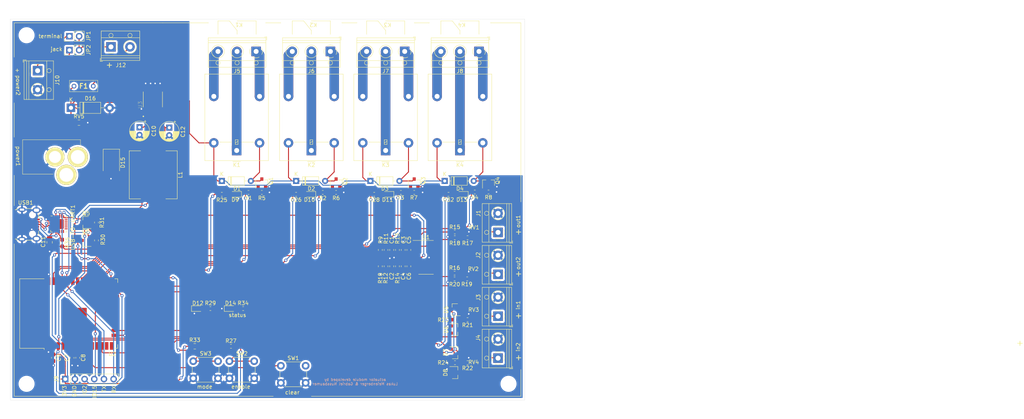
<source format=kicad_pcb>
(kicad_pcb (version 20171130) (host pcbnew "(5.1.4)-1")
  (layers (0 F.Cu signal) (31 B.Cu signal) (34 B.Paste user) (35 F.Paste user) (36 B.SilkS user) (37 F.SilkS user) (38 B.Mask user) (39 F.Mask user) (44 Edge.Cuts user))
  (net 0 "")
  (net 1 GND)
  (net 2 "Net-(C1-Pad1)")
  (net 3 "Net-(C2-Pad1)")
  (net 4 "Net-(C3-Pad1)")
  (net 5 "Net-(C4-Pad1)")
  (net 6 out1)
  (net 7 out2)
  (net 8 AD1)
  (net 9 AD2)
  (net 10 +3V3)
  (net 11 +24V)
  (net 12 "Net-(D1-Pad2)")
  (net 13 "Net-(D2-Pad2)")
  (net 14 "Net-(D3-Pad2)")
  (net 15 "Net-(D4-Pad2)")
  (net 16 /Logik/LED1)
  (net 17 /Logik/LED2)
  (net 18 /Logik/LED5)
  (net 19 /Logik/LED4)
  (net 20 /Logik/LED6)
  (net 21 in1)
  (net 22 in2)
  (net 23 /Schnittstellen/K1_1)
  (net 24 /Schnittstellen/K1_3)
  (net 25 /Schnittstellen/K1_4)
  (net 26 /Schnittstellen/K2_4)
  (net 27 /Schnittstellen/K2_3)
  (net 28 /Schnittstellen/K2_1)
  (net 29 /Schnittstellen/K3_1)
  (net 30 /Schnittstellen/K3_3)
  (net 31 /Schnittstellen/K3_4)
  (net 32 /Schnittstellen/K4_4)
  (net 33 /Schnittstellen/K4_3)
  (net 34 /Schnittstellen/K4_1)
  (net 35 GPIO_2)
  (net 36 GPIO_15)
  (net 37 TXD)
  (net 38 RXD)
  (net 39 "Net-(Q1-Pad1)")
  (net 40 "Net-(Q2-Pad1)")
  (net 41 "Net-(Q3-Pad1)")
  (net 42 "Net-(Q4-Pad1)")
  (net 43 "Net-(Q5-Pad1)")
  (net 44 RTS)
  (net 45 CHIP_PU)
  (net 46 GPIO_0)
  (net 47 DTR)
  (net 48 "Net-(Q6-Pad1)")
  (net 49 K1)
  (net 50 K2)
  (net 51 K3)
  (net 52 K4)
  (net 53 pwm1)
  (net 54 pwm2)
  (net 55 "Net-(R15-Pad2)")
  (net 56 "Net-(R16-Pad2)")
  (net 57 LED_1)
  (net 58 LED_2)
  (net 59 LED_3)
  (net 60 LED_4)
  (net 61 Status)
  (net 62 SysReset)
  (net 63 "Net-(U2-Pad4)")
  (net 64 "Net-(U2-Pad5)")
  (net 65 "Net-(U2-Pad8)")
  (net 66 "Net-(U2-Pad9)")
  (net 67 "Net-(U2-Pad11)")
  (net 68 "Net-(U2-Pad13)")
  (net 69 "Net-(U2-Pad14)")
  (net 70 "Net-(U2-Pad17)")
  (net 71 "Net-(U2-Pad18)")
  (net 72 "Net-(U2-Pad19)")
  (net 73 "Net-(U2-Pad20)")
  (net 74 "Net-(U2-Pad21)")
  (net 75 "Net-(U2-Pad22)")
  (net 76 "Net-(U2-Pad32)")
  (net 77 VBUS)
  (net 78 D-)
  (net 79 D+)
  (net 80 "Net-(USB1-Pad4)")
  (net 81 "Net-(USB-TO-UART1-Pad25)")
  (net 82 "Net-(USB-TO-UART1-Pad1)")
  (net 83 "Net-(USB-TO-UART1-Pad10)")
  (net 84 "Net-(USB-TO-UART1-Pad11)")
  (net 85 "Net-(USB-TO-UART1-Pad12)")
  (net 86 "Net-(USB-TO-UART1-Pad13)")
  (net 87 "Net-(USB-TO-UART1-Pad14)")
  (net 88 "Net-(USB-TO-UART1-Pad15)")
  (net 89 "Net-(USB-TO-UART1-Pad16)")
  (net 90 "Net-(USB-TO-UART1-Pad17)")
  (net 91 "Net-(USB-TO-UART1-Pad18)")
  (net 92 "Net-(USB-TO-UART1-Pad22)")
  (net 93 "Net-(USB-TO-UART1-Pad24)")
  (net 94 /Logik/24V_jack)
  (net 95 /Logik/24V_F1)
  (net 96 "Net-(C5-Pad2)")
  (net 97 "Net-(C6-Pad2)")
  (net 98 "Net-(D15-Pad1)")
  (net 99 /Logik/24V_terminal)
  (net 100 "Net-(J12-Pad1)")
  (net 101 /Logik/LED3)
  (net 102 "Net-(R35-Pad2)")
  (module MountingHole:MountingHole_3.2mm_M3_ISO7380 (layer F.Cu) (at 182.75 135.75)
    (fp_text reference H4 hide)
    (fp_text value MountingHole)
    (pad 1 np_thru_hole circle (at 0 0) (size 3.2 3.2) (drill 3.2) (layers *.Cu *.Mask))
  )
  (module MountingHole:MountingHole_3.2mm_M3_ISO7380 (layer F.Cu) (at 56.25 135.75)
    (fp_text reference H3 hide)
    (fp_text value MountingHole)
    (pad 1 np_thru_hole circle (at 0 0) (size 3.2 3.2) (drill 3.2) (layers *.Cu *.Mask))
  )
  (module MountingHole:MountingHole_3.2mm_M3_ISO7380 (layer F.Cu) (at 182.8 44.2)
    (fp_text reference H2 hide)
    (fp_text value MountingHole)
    (pad 1 np_thru_hole circle (at 0 0) (size 3.2 3.2) (drill 3.2) (layers *.Cu *.Mask))
  )
  (module MountingHole:MountingHole_3.2mm_M3_ISO7380 (layer F.Cu) (at 56.25 44.25)
    (fp_text reference H1 hide)
    (fp_text value MountingHole)
    (pad 1 np_thru_hole circle (at 0 0) (size 3.2 3.2) (drill 3.2) (layers *.Cu *.Mask))
  )
  (module CON-SOCJ-2155:CONSOCJ2155 (layer F.Cu) (at 69.7 76.2)
    (fp_text reference J11 (at -5.925 1.425) (layer F.SilkS) (effects (font (size 1.27 1.27) (thickness 0.254))))
    (fp_text value CON-SOCJ-2155 hide)
    (pad 1 thru_hole circle (at 0 0 90) (size 5.3 5.3) (drill 3.6401) (layers *.Cu *.Mask F.SilkS) (net 94 /Logik/24V_jack))
    (pad 2 thru_hole circle (at -6 0 90) (size 5 5) (drill 3.1623) (layers *.Cu *.Mask F.SilkS) (net 1 GND))
    (pad 3 thru_hole circle (at -3 4.7 90) (size 5.3 5.3) (drill 3.6401) (layers *.Cu *.Mask F.SilkS))
  )
  (module Capacitor_SMD:C_0603_1608Metric_Pad1.05x0.95mm_HandSolder (layer F.Cu) (at 152.1 100.6 270)
    (fp_text reference C1 (at -2.6 0 90) (layer F.SilkS))
    (fp_text value 100nF)
    (pad 2 smd roundrect (at 0.875 0 270) (size 1.05 0.95) (layers F.Cu F.Paste F.Mask) (net 1 GND))
    (pad 1 smd roundrect (at -0.875 0 270) (size 1.05 0.95) (layers F.Cu F.Paste F.Mask) (net 2 "Net-(C1-Pad1)"))
  )
  (module Capacitor_SMD:C_0603_1608Metric_Pad1.05x0.95mm_HandSolder (layer F.Cu) (at 152.1 104.9 90)
    (fp_text reference C2 (at -2.6 0 90) (layer F.SilkS))
    (fp_text value 100nF)
    (pad 1 smd roundrect (at -0.875 0 90) (size 1.05 0.95) (layers F.Cu F.Paste F.Mask) (net 3 "Net-(C2-Pad1)"))
    (pad 2 smd roundrect (at 0.875 0 90) (size 1.05 0.95) (layers F.Cu F.Paste F.Mask) (net 1 GND))
  )
  (module Capacitor_SMD:C_0603_1608Metric_Pad1.05x0.95mm_HandSolder (layer F.Cu) (at 155.1 100.6 90)
    (fp_text reference C3 (at 2.6 0.1 90) (layer F.SilkS))
    (fp_text value 10nF)
    (pad 1 smd roundrect (at -0.875 0 90) (size 1.05 0.95) (layers F.Cu F.Paste F.Mask) (net 4 "Net-(C3-Pad1)"))
    (pad 2 smd roundrect (at 0.875 0 90) (size 1.05 0.95) (layers F.Cu F.Paste F.Mask) (net 1 GND))
  )
  (module Capacitor_SMD:C_0603_1608Metric_Pad1.05x0.95mm_HandSolder (layer F.Cu) (at 155.1 104.9 270)
    (fp_text reference C4 (at 2.6 0 90) (layer F.SilkS))
    (fp_text value 10nF)
    (pad 1 smd roundrect (at -0.875 0 270) (size 1.05 0.95) (layers F.Cu F.Paste F.Mask) (net 5 "Net-(C4-Pad1)"))
    (pad 2 smd roundrect (at 0.875 0 270) (size 1.05 0.95) (layers F.Cu F.Paste F.Mask) (net 1 GND))
  )
  (module Capacitor_SMD:C_0603_1608Metric_Pad1.05x0.95mm_HandSolder (layer F.Cu) (at 68.2 128.925 270)
    (fp_text reference C7 (at 0 1.4 90) (layer F.SilkS))
    (fp_text value 100nF)
    (pad 1 smd roundrect (at -0.875 0 270) (size 1.05 0.95) (layers F.Cu F.Paste F.Mask) (net 8 AD1))
    (pad 2 smd roundrect (at 0.875 0 270) (size 1.05 0.95) (layers F.Cu F.Paste F.Mask) (net 1 GND))
  )
  (module Capacitor_SMD:C_0603_1608Metric_Pad1.05x0.95mm_HandSolder (layer F.Cu) (at 69.7 128.9 270)
    (fp_text reference C8 (at 0 -1.43 90) (layer F.SilkS))
    (fp_text value 100nF)
    (pad 2 smd roundrect (at 0.875 0 270) (size 1.05 0.95) (layers F.Cu F.Paste F.Mask) (net 1 GND))
    (pad 1 smd roundrect (at -0.875 0 270) (size 1.05 0.95) (layers F.Cu F.Paste F.Mask) (net 9 AD2))
  )
  (module Capacitor_SMD:C_0603_1608Metric_Pad1.05x0.95mm_HandSolder (layer F.Cu) (at 63.3 128.9 270)
    (fp_text reference C9 (at 0 -1.43 90) (layer F.SilkS))
    (fp_text value 10uF)
    (pad 2 smd roundrect (at 0.875 0 270) (size 1.05 0.95) (layers F.Cu F.Paste F.Mask) (net 1 GND))
    (pad 1 smd roundrect (at -0.875 0 270) (size 1.05 0.95) (layers F.Cu F.Paste F.Mask) (net 10 +3V3))
  )
  (module Capacitor_THT:CP_Radial_D5.0mm_P2.00mm (layer F.Cu) (at 93.7 68.5 270)
    (fp_text reference C12 (at 1.1 -3.6 90) (layer F.SilkS))
    (fp_text value 15uF)
    (pad 2 thru_hole circle (at 2 0 270) (size 1.6 1.6) (drill 0.8) (layers *.Cu *.Mask) (net 1 GND))
    (pad 1 thru_hole rect (at 0 0 270) (size 1.6 1.6) (drill 0.8) (layers *.Cu *.Mask) (net 10 +3V3))
  )
  (module Diode_THT:D_DO-35_SOD27_P7.62mm_Horizontal (layer F.Cu) (at 107.5 82.5)
    (fp_text reference D1 (at 4 2) (layer F.SilkS))
    (fp_text value 1N4148)
    (fp_text user K (at 0 -1.8) (layer F.SilkS))
    (pad 1 thru_hole rect (at 0 0) (size 1.6 1.6) (drill 0.8) (layers *.Cu *.Mask) (net 11 +24V))
    (pad 2 thru_hole oval (at 7.62 0) (size 1.6 1.6) (drill 0.8) (layers *.Cu *.Mask) (net 12 "Net-(D1-Pad2)"))
  )
  (module Diode_THT:D_DO-35_SOD27_P7.62mm_Horizontal (layer F.Cu) (at 127 82.5)
    (fp_text reference D2 (at 4 2) (layer F.SilkS))
    (fp_text value 1N4148)
    (fp_text user K (at 0 -1.8) (layer F.SilkS))
    (pad 2 thru_hole oval (at 7.62 0) (size 1.6 1.6) (drill 0.8) (layers *.Cu *.Mask) (net 13 "Net-(D2-Pad2)"))
    (pad 1 thru_hole rect (at 0 0) (size 1.6 1.6) (drill 0.8) (layers *.Cu *.Mask) (net 11 +24V))
  )
  (module Diode_THT:D_DO-35_SOD27_P7.62mm_Horizontal (layer F.Cu) (at 146.5 82.5)
    (fp_text reference D3 (at 3.8 2) (layer F.SilkS))
    (fp_text value 1N4148)
    (fp_text user K (at 0 -1.8) (layer F.SilkS))
    (pad 1 thru_hole rect (at 0 0) (size 1.6 1.6) (drill 0.8) (layers *.Cu *.Mask) (net 11 +24V))
    (pad 2 thru_hole oval (at 7.62 0) (size 1.6 1.6) (drill 0.8) (layers *.Cu *.Mask) (net 14 "Net-(D3-Pad2)"))
  )
  (module Diode_THT:D_DO-35_SOD27_P7.62mm_Horizontal (layer F.Cu) (at 166 82.5)
    (fp_text reference D4 (at 4 2) (layer F.SilkS))
    (fp_text value 1N4148)
    (fp_text user K (at 0 -1.8) (layer F.SilkS))
    (pad 2 thru_hole oval (at 7.62 0) (size 1.6 1.6) (drill 0.8) (layers *.Cu *.Mask) (net 15 "Net-(D4-Pad2)"))
    (pad 1 thru_hole rect (at 0 0) (size 1.6 1.6) (drill 0.8) (layers *.Cu *.Mask) (net 11 +24V))
  )
  (module Diode_SMD:D_SOT-23_ANK (layer F.Cu) (at 168.7 116.3 180)
    (fp_text reference D5 (at 2.3 0 90) (layer F.SilkS))
    (fp_text value BAT54)
    (pad 1 smd rect (at 1 0 180) (size 0.9 0.8) (layers F.Cu F.Paste F.Mask) (net 10 +3V3))
    (pad "" smd rect (at -1 0.95 180) (size 0.9 0.8) (layers F.Cu F.Paste F.Mask))
    (pad 2 smd rect (at -1 -0.95 180) (size 0.9 0.8) (layers F.Cu F.Paste F.Mask) (net 8 AD1))
  )
  (module Diode_SMD:D_SOT-23_ANK (layer F.Cu) (at 168.7 121.5)
    (fp_text reference D6 (at -2.3 0 90) (layer F.SilkS))
    (fp_text value BAT54)
    (pad 2 smd rect (at -1 -0.95) (size 0.9 0.8) (layers F.Cu F.Paste F.Mask) (net 1 GND))
    (pad "" smd rect (at -1 0.95) (size 0.9 0.8) (layers F.Cu F.Paste F.Mask))
    (pad 1 smd rect (at 1 0) (size 0.9 0.8) (layers F.Cu F.Paste F.Mask) (net 8 AD1))
  )
  (module Diode_SMD:D_SOT-23_ANK (layer F.Cu) (at 168.7 127.6)
    (fp_text reference D7 (at -2.5 -0.1 90) (layer F.SilkS))
    (fp_text value BAT54)
    (pad 2 smd rect (at -1 -0.95) (size 0.9 0.8) (layers F.Cu F.Paste F.Mask) (net 9 AD2))
    (pad "" smd rect (at -1 0.95) (size 0.9 0.8) (layers F.Cu F.Paste F.Mask))
    (pad 1 smd rect (at 1 0) (size 0.9 0.8) (layers F.Cu F.Paste F.Mask) (net 10 +3V3))
  )
  (module Diode_SMD:D_SOT-23_ANK (layer F.Cu) (at 168.7 132.8)
    (fp_text reference D8 (at -2.5 0 90) (layer F.SilkS))
    (fp_text value BAT54)
    (pad 1 smd rect (at 1 0) (size 0.9 0.8) (layers F.Cu F.Paste F.Mask) (net 9 AD2))
    (pad "" smd rect (at -1 0.95) (size 0.9 0.8) (layers F.Cu F.Paste F.Mask))
    (pad 2 smd rect (at -1 -0.95) (size 0.9 0.8) (layers F.Cu F.Paste F.Mask) (net 1 GND))
  )
  (module TerminalBlock_RND:TerminalBlock_RND_205-00012_1x02_P5.00mm_Horizontal (layer F.Cu) (at 180 96 90)
    (fp_text reference J1 (at 5 -5.15 90) (layer F.SilkS))
    (fp_text value TB001-500-02BE hide)
    (pad 1 thru_hole rect (at 0 0 90) (size 2.5 2.5) (drill 1.3) (layers *.Cu *.Mask) (net 6 out1))
    (pad 2 thru_hole circle (at 5 0 90) (size 2.5 2.5) (drill 1.3) (layers *.Cu *.Mask) (net 1 GND))
  )
  (module TerminalBlock_RND:TerminalBlock_RND_205-00012_1x02_P5.00mm_Horizontal (layer F.Cu) (at 180 107 90)
    (fp_text reference J2 (at 5 -5.2 90) (layer F.SilkS))
    (fp_text value TB001-500-02BE hide)
    (pad 2 thru_hole circle (at 5 0 90) (size 2.5 2.5) (drill 1.3) (layers *.Cu *.Mask) (net 1 GND))
    (pad 1 thru_hole rect (at 0 0 90) (size 2.5 2.5) (drill 1.3) (layers *.Cu *.Mask) (net 7 out2))
  )
  (module TerminalBlock_RND:TerminalBlock_RND_205-00012_1x02_P5.00mm_Horizontal (layer F.Cu) (at 180 118 90)
    (fp_text reference J3 (at 4.9 -5.16 90) (layer F.SilkS))
    (fp_text value TB001-500-02BE hide)
    (pad 1 thru_hole rect (at 0 0 90) (size 2.5 2.5) (drill 1.3) (layers *.Cu *.Mask) (net 21 in1))
    (pad 2 thru_hole circle (at 5 0 90) (size 2.5 2.5) (drill 1.3) (layers *.Cu *.Mask) (net 1 GND))
  )
  (module TerminalBlock_RND:TerminalBlock_RND_205-00012_1x02_P5.00mm_Horizontal (layer F.Cu) (at 180 129 90)
    (fp_text reference J4 (at 5.3 -5.2 90) (layer F.SilkS))
    (fp_text value TB001-500-02BE hide)
    (pad 2 thru_hole circle (at 5 0 90) (size 2.5 2.5) (drill 1.3) (layers *.Cu *.Mask) (net 1 GND))
    (pad 1 thru_hole rect (at 0 0 90) (size 2.5 2.5) (drill 1.3) (layers *.Cu *.Mask) (net 22 in2))
  )
  (module TerminalBlock_RND:TerminalBlock_RND_205-00013_1x03_P5.00mm_Horizontal (layer F.Cu) (at 116.5 48.5 180)
    (fp_text reference J5 (at 5 -5.16) (layer F.SilkS))
    (fp_text value TB002-500-03BE)
    (pad 1 thru_hole rect (at 0 0 180) (size 2.5 2.5) (drill 1.3) (layers *.Cu *.Mask) (net 24 /Schnittstellen/K1_3))
    (pad 2 thru_hole circle (at 5 0 180) (size 2.5 2.5) (drill 1.3) (layers *.Cu *.Mask) (net 23 /Schnittstellen/K1_1))
    (pad 3 thru_hole circle (at 10 0 180) (size 2.5 2.5) (drill 1.3) (layers *.Cu *.Mask) (net 25 /Schnittstellen/K1_4))
  )
  (module TerminalBlock_RND:TerminalBlock_RND_205-00013_1x03_P5.00mm_Horizontal (layer F.Cu) (at 136 48.5 180)
    (fp_text reference J6 (at 5 -5.16) (layer F.SilkS))
    (fp_text value TB002-500-03BE)
    (pad 3 thru_hole circle (at 10 0 180) (size 2.5 2.5) (drill 1.3) (layers *.Cu *.Mask) (net 26 /Schnittstellen/K2_4))
    (pad 2 thru_hole circle (at 5 0 180) (size 2.5 2.5) (drill 1.3) (layers *.Cu *.Mask) (net 28 /Schnittstellen/K2_1))
    (pad 1 thru_hole rect (at 0 0 180) (size 2.5 2.5) (drill 1.3) (layers *.Cu *.Mask) (net 27 /Schnittstellen/K2_3))
  )
  (module TerminalBlock_RND:TerminalBlock_RND_205-00013_1x03_P5.00mm_Horizontal (layer F.Cu) (at 155.5 48.5 180)
    (fp_text reference J7 (at 5 -5.16) (layer F.SilkS))
    (fp_text value TB002-500-03BE)
    (pad 1 thru_hole rect (at 0 0 180) (size 2.5 2.5) (drill 1.3) (layers *.Cu *.Mask) (net 30 /Schnittstellen/K3_3))
    (pad 2 thru_hole circle (at 5 0 180) (size 2.5 2.5) (drill 1.3) (layers *.Cu *.Mask) (net 29 /Schnittstellen/K3_1))
    (pad 3 thru_hole circle (at 10 0 180) (size 2.5 2.5) (drill 1.3) (layers *.Cu *.Mask) (net 31 /Schnittstellen/K3_4))
  )
  (module TerminalBlock_RND:TerminalBlock_RND_205-00013_1x03_P5.00mm_Horizontal (layer F.Cu) (at 175 48.5 180)
    (fp_text reference J8 (at 5 -5.16) (layer F.SilkS))
    (fp_text value TB002-500-03BE)
    (pad 3 thru_hole circle (at 10 0 180) (size 2.5 2.5) (drill 1.3) (layers *.Cu *.Mask) (net 32 /Schnittstellen/K4_4))
    (pad 2 thru_hole circle (at 5 0 180) (size 2.5 2.5) (drill 1.3) (layers *.Cu *.Mask) (net 34 /Schnittstellen/K4_1))
    (pad 1 thru_hole rect (at 0 0 180) (size 2.5 2.5) (drill 1.3) (layers *.Cu *.Mask) (net 33 /Schnittstellen/K4_3))
  )
  (module Connector_PinHeader_2.54mm:PinHeader_1x06_P2.54mm_Vertical (layer F.Cu) (at 66.4 134.5 90)
    (fp_text reference J9 (at 0 -2.33 90) (layer F.SilkS))
    (fp_text value Conn_01x06_Male)
    (pad 1 thru_hole rect (at 0 0 90) (size 1.7 1.7) (drill 1) (layers *.Cu *.Mask) (net 10 +3V3))
    (pad 2 thru_hole oval (at 0 2.54 90) (size 1.7 1.7) (drill 1) (layers *.Cu *.Mask) (net 1 GND))
    (pad 3 thru_hole oval (at 0 5.08 90) (size 1.7 1.7) (drill 1) (layers *.Cu *.Mask) (net 35 GPIO_2))
    (pad 4 thru_hole oval (at 0 7.62 90) (size 1.7 1.7) (drill 1) (layers *.Cu *.Mask) (net 36 GPIO_15))
    (pad 5 thru_hole oval (at 0 10.16 90) (size 1.7 1.7) (drill 1) (layers *.Cu *.Mask) (net 37 TXD))
    (pad 6 thru_hole oval (at 0 12.7 90) (size 1.7 1.7) (drill 1) (layers *.Cu *.Mask) (net 38 RXD))
  )
  (module TerminalBlock_RND:TerminalBlock_RND_205-00012_1x02_P5.00mm_Horizontal (layer F.Cu) (at 59.15 53.55 270)
    (fp_text reference J10 (at 2.5 -5.16 90) (layer F.SilkS))
    (fp_text value TB003V-500-P02BE)
    (pad 1 thru_hole rect (at 0 0 270) (size 2.5 2.5) (drill 1.3) (layers *.Cu *.Mask) (net 99 /Logik/24V_terminal))
    (pad 2 thru_hole circle (at 5 0 270) (size 2.5 2.5) (drill 1.3) (layers *.Cu *.Mask) (net 1 GND))
  )
  (module TerminalBlock_RND:TerminalBlock_RND_205-00012_1x02_P5.00mm_Horizontal (layer F.Cu) (at 78.4 47.3)
    (fp_text reference J12 (at 2.6 4.8) (layer F.SilkS))
    (fp_text value Screw_Terminal_01x02)
    (pad 2 thru_hole circle (at 5 0) (size 2.5 2.5) (drill 1.3) (layers *.Cu *.Mask) (net 95 /Logik/24V_F1))
    (pad 1 thru_hole rect (at 0 0) (size 2.5 2.5) (drill 1.3) (layers *.Cu *.Mask) (net 100 "Net-(J12-Pad1)"))
  )
  (module Relay_THT:Relay_SPDT_Omron-G5LE-1 (layer F.Cu) (at 111.4 74.5 180)
    (fp_text reference K1 (at 0 -3.8) (layer F.SilkS))
    (fp_text value "G5LE-1-VD DC24")
    (pad 1 thru_hole rect (at 0 0 180) (size 2.5 2.5) (drill 1.3) (layers *.Cu *.Mask) (net 23 /Schnittstellen/K1_1))
    (pad 2 thru_hole oval (at -6 2 180) (size 2.5 2.5) (drill 1.3) (layers *.Cu *.Mask) (net 12 "Net-(D1-Pad2)"))
    (pad 3 thru_hole oval (at -6 14.2 180) (size 2.5 2.5) (drill 1.3) (layers *.Cu *.Mask) (net 24 /Schnittstellen/K1_3))
    (pad 4 thru_hole oval (at 6 14.2 180) (size 2.5 2.5) (drill 1.3) (layers *.Cu *.Mask) (net 25 /Schnittstellen/K1_4))
    (pad 5 thru_hole oval (at 6 2 180) (size 2.5 2.5) (drill 1.3) (layers *.Cu *.Mask) (net 11 +24V))
  )
  (module Relay_THT:Relay_SPDT_Omron-G5LE-1 (layer F.Cu) (at 131 74.5 180)
    (fp_text reference K2 (at 0 -3.8) (layer F.SilkS))
    (fp_text value "G5LE-1-VD DC24")
    (pad 5 thru_hole oval (at 6 2 180) (size 2.5 2.5) (drill 1.3) (layers *.Cu *.Mask) (net 11 +24V))
    (pad 4 thru_hole oval (at 6 14.2 180) (size 2.5 2.5) (drill 1.3) (layers *.Cu *.Mask) (net 26 /Schnittstellen/K2_4))
    (pad 3 thru_hole oval (at -6 14.2 180) (size 2.5 2.5) (drill 1.3) (layers *.Cu *.Mask) (net 27 /Schnittstellen/K2_3))
    (pad 2 thru_hole oval (at -6 2 180) (size 2.5 2.5) (drill 1.3) (layers *.Cu *.Mask) (net 13 "Net-(D2-Pad2)"))
    (pad 1 thru_hole rect (at 0 0 180) (size 2.5 2.5) (drill 1.3) (layers *.Cu *.Mask) (net 28 /Schnittstellen/K2_1))
  )
  (module Relay_THT:Relay_SPDT_Omron-G5LE-1 (layer F.Cu) (at 150.5 74.5 180)
    (fp_text reference K3 (at 0 -3.8) (layer F.SilkS))
    (fp_text value "G5LE-1-VD DC24")
    (pad 1 thru_hole rect (at 0 0 180) (size 2.5 2.5) (drill 1.3) (layers *.Cu *.Mask) (net 29 /Schnittstellen/K3_1))
    (pad 2 thru_hole oval (at -6 2 180) (size 2.5 2.5) (drill 1.3) (layers *.Cu *.Mask) (net 14 "Net-(D3-Pad2)"))
    (pad 3 thru_hole oval (at -6 14.2 180) (size 2.5 2.5) (drill 1.3) (layers *.Cu *.Mask) (net 30 /Schnittstellen/K3_3))
    (pad 4 thru_hole oval (at 6 14.2 180) (size 2.5 2.5) (drill 1.3) (layers *.Cu *.Mask) (net 31 /Schnittstellen/K3_4))
    (pad 5 thru_hole oval (at 6 2 180) (size 2.5 2.5) (drill 1.3) (layers *.Cu *.Mask) (net 11 +24V))
  )
  (module Relay_THT:Relay_SPDT_Omron-G5LE-1 (layer F.Cu) (at 170 74.5 180)
    (fp_text reference K4 (at 0 -3.8) (layer F.SilkS))
    (fp_text value "G5LE-1-VD DC24")
    (pad 5 thru_hole oval (at 6 2 180) (size 2.5 2.5) (drill 1.3) (layers *.Cu *.Mask) (net 11 +24V))
    (pad 4 thru_hole oval (at 6 14.2 180) (size 2.5 2.5) (drill 1.3) (layers *.Cu *.Mask) (net 32 /Schnittstellen/K4_4))
    (pad 3 thru_hole oval (at -6 14.2 180) (size 2.5 2.5) (drill 1.3) (layers *.Cu *.Mask) (net 33 /Schnittstellen/K4_3))
    (pad 2 thru_hole oval (at -6 2 180) (size 2.5 2.5) (drill 1.3) (layers *.Cu *.Mask) (net 15 "Net-(D4-Pad2)"))
    (pad 1 thru_hole rect (at 0 0 180) (size 2.5 2.5) (drill 1.3) (layers *.Cu *.Mask) (net 34 /Schnittstellen/K4_1))
  )
  (module Inductor_SMD:L_12x12mm_H6mm (layer F.Cu) (at 89.5 80.9 270)
    (fp_text reference L1 (at 0 -7.1 90) (layer F.SilkS))
    (fp_text value SRR1260-681K)
    (pad 1 smd rect (at -4.95 0 270) (size 2.9 5.4) (layers F.Cu F.Paste F.Mask) (net 98 "Net-(D15-Pad1)"))
    (pad 2 smd rect (at 4.95 0 270) (size 2.9 5.4) (layers F.Cu F.Paste F.Mask) (net 10 +3V3))
  )
  (module Package_TO_SOT_SMD:SOT-23 (layer F.Cu) (at 118 83 90)
    (fp_text reference Q1 (at 0.5 2.4 90) (layer F.SilkS))
    (fp_text value BSS123)
    (pad 1 smd rect (at -1 -0.95 90) (size 0.9 0.8) (layers F.Cu F.Paste F.Mask) (net 39 "Net-(Q1-Pad1)"))
    (pad 2 smd rect (at -1 0.95 90) (size 0.9 0.8) (layers F.Cu F.Paste F.Mask) (net 1 GND))
    (pad 3 smd rect (at 1 0 90) (size 0.9 0.8) (layers F.Cu F.Paste F.Mask) (net 12 "Net-(D1-Pad2)"))
  )
  (module Package_TO_SOT_SMD:SOT-23 (layer F.Cu) (at 137.5 83 90)
    (fp_text reference Q2 (at 0.4 2.4 90) (layer F.SilkS))
    (fp_text value BSS123)
    (pad 3 smd rect (at 1 0 90) (size 0.9 0.8) (layers F.Cu F.Paste F.Mask) (net 13 "Net-(D2-Pad2)"))
    (pad 2 smd rect (at -1 0.95 90) (size 0.9 0.8) (layers F.Cu F.Paste F.Mask) (net 1 GND))
    (pad 1 smd rect (at -1 -0.95 90) (size 0.9 0.8) (layers F.Cu F.Paste F.Mask) (net 40 "Net-(Q2-Pad1)"))
  )
  (module Package_TO_SOT_SMD:SOT-23 (layer F.Cu) (at 158 83 90)
    (fp_text reference Q3 (at 0.6 2.4 90) (layer F.SilkS))
    (fp_text value BSS123)
    (pad 1 smd rect (at -1 -0.95 90) (size 0.9 0.8) (layers F.Cu F.Paste F.Mask) (net 41 "Net-(Q3-Pad1)"))
    (pad 2 smd rect (at -1 0.95 90) (size 0.9 0.8) (layers F.Cu F.Paste F.Mask) (net 1 GND))
    (pad 3 smd rect (at 1 0 90) (size 0.9 0.8) (layers F.Cu F.Paste F.Mask) (net 14 "Net-(D3-Pad2)"))
  )
  (module Package_TO_SOT_SMD:SOT-23 (layer F.Cu) (at 177.5 83 90)
    (fp_text reference Q4 (at 0.6 2.4 90) (layer F.SilkS))
    (fp_text value BSS123)
    (pad 3 smd rect (at 1 0 90) (size 0.9 0.8) (layers F.Cu F.Paste F.Mask) (net 15 "Net-(D4-Pad2)"))
    (pad 2 smd rect (at -1 0.95 90) (size 0.9 0.8) (layers F.Cu F.Paste F.Mask) (net 1 GND))
    (pad 1 smd rect (at -1 -0.95 90) (size 0.9 0.8) (layers F.Cu F.Paste F.Mask) (net 42 "Net-(Q4-Pad1)"))
  )
  (module Package_TO_SOT_SMD:SOT-23 (layer F.Cu) (at 71.8 93.4 180)
    (fp_text reference Q5 (at -0.1 2.4) (layer F.SilkS))
    (fp_text value MMBT3904)
    (pad 1 smd rect (at -1 -0.95 180) (size 0.9 0.8) (layers F.Cu F.Paste F.Mask) (net 43 "Net-(Q5-Pad1)"))
    (pad 2 smd rect (at -1 0.95 180) (size 0.9 0.8) (layers F.Cu F.Paste F.Mask) (net 44 RTS))
    (pad 3 smd rect (at 1 0 180) (size 0.9 0.8) (layers F.Cu F.Paste F.Mask) (net 45 CHIP_PU))
  )
  (module Package_TO_SOT_SMD:SOT-23 (layer F.Cu) (at 71.8 98.1 180)
    (fp_text reference Q6 (at 0 2.4) (layer F.SilkS))
    (fp_text value MMBT3904)
    (pad 3 smd rect (at 1 0 180) (size 0.9 0.8) (layers F.Cu F.Paste F.Mask) (net 46 GPIO_0))
    (pad 2 smd rect (at -1 0.95 180) (size 0.9 0.8) (layers F.Cu F.Paste F.Mask) (net 47 DTR))
    (pad 1 smd rect (at -1 -0.95 180) (size 0.9 0.8) (layers F.Cu F.Paste F.Mask) (net 48 "Net-(Q6-Pad1)"))
  )
  (module Resistor_SMD:R_0603_1608Metric_Pad1.05x0.95mm_HandSolder (layer F.Cu) (at 114.5 85.5 180)
    (fp_text reference R1 (at 0 -1.5) (layer F.SilkS))
    (fp_text value 330)
    (pad 1 smd roundrect (at -0.875 0 180) (size 1.05 0.95) (layers F.Cu F.Paste F.Mask) (net 39 "Net-(Q1-Pad1)"))
    (pad 2 smd roundrect (at 0.875 0 180) (size 1.05 0.95) (layers F.Cu F.Paste F.Mask) (net 49 K1))
  )
  (module Resistor_SMD:R_0603_1608Metric_Pad1.05x0.95mm_HandSolder (layer F.Cu) (at 134 85.5 180)
    (fp_text reference R2 (at 0 -1.5) (layer F.SilkS))
    (fp_text value 330)
    (pad 1 smd roundrect (at -0.875 0 180) (size 1.05 0.95) (layers F.Cu F.Paste F.Mask) (net 40 "Net-(Q2-Pad1)"))
    (pad 2 smd roundrect (at 0.875 0 180) (size 1.05 0.95) (layers F.Cu F.Paste F.Mask) (net 50 K2))
  )
  (module Resistor_SMD:R_0603_1608Metric_Pad1.05x0.95mm_HandSolder (layer F.Cu) (at 154.5 85.5 180)
    (fp_text reference R3 (at 0.1 -1.4) (layer F.SilkS))
    (fp_text value 330)
    (pad 1 smd roundrect (at -0.875 0 180) (size 1.05 0.95) (layers F.Cu F.Paste F.Mask) (net 41 "Net-(Q3-Pad1)"))
    (pad 2 smd roundrect (at 0.875 0 180) (size 1.05 0.95) (layers F.Cu F.Paste F.Mask) (net 51 K3))
  )
  (module Resistor_SMD:R_0603_1608Metric_Pad1.05x0.95mm_HandSolder (layer F.Cu) (at 173.9 85.4 180)
    (fp_text reference R4 (at 0 -1.4) (layer F.SilkS))
    (fp_text value 330)
    (pad 1 smd roundrect (at -0.875 0 180) (size 1.05 0.95) (layers F.Cu F.Paste F.Mask) (net 42 "Net-(Q4-Pad1)"))
    (pad 2 smd roundrect (at 0.875 0 180) (size 1.05 0.95) (layers F.Cu F.Paste F.Mask) (net 52 K4))
  )
  (module Resistor_SMD:R_0603_1608Metric_Pad1.05x0.95mm_HandSolder (layer F.Cu) (at 118 85.5)
    (fp_text reference R5 (at 0 1.5) (layer F.SilkS))
    (fp_text value 100k)
    (pad 2 smd roundrect (at 0.875 0) (size 1.05 0.95) (layers F.Cu F.Paste F.Mask) (net 1 GND))
    (pad 1 smd roundrect (at -0.875 0) (size 1.05 0.95) (layers F.Cu F.Paste F.Mask) (net 39 "Net-(Q1-Pad1)"))
  )
  (module Resistor_SMD:R_0603_1608Metric_Pad1.05x0.95mm_HandSolder (layer F.Cu) (at 137.5 85.5)
    (fp_text reference R6 (at 0 1.5) (layer F.SilkS))
    (fp_text value 100k)
    (pad 2 smd roundrect (at 0.875 0) (size 1.05 0.95) (layers F.Cu F.Paste F.Mask) (net 1 GND))
    (pad 1 smd roundrect (at -0.875 0) (size 1.05 0.95) (layers F.Cu F.Paste F.Mask) (net 40 "Net-(Q2-Pad1)"))
  )
  (module Resistor_SMD:R_0603_1608Metric_Pad1.05x0.95mm_HandSolder (layer F.Cu) (at 158 85.5)
    (fp_text reference R7 (at -0.1 1.4) (layer F.SilkS))
    (fp_text value 100k)
    (pad 2 smd roundrect (at 0.875 0) (size 1.05 0.95) (layers F.Cu F.Paste F.Mask) (net 1 GND))
    (pad 1 smd roundrect (at -0.875 0) (size 1.05 0.95) (layers F.Cu F.Paste F.Mask) (net 41 "Net-(Q3-Pad1)"))
  )
  (module Resistor_SMD:R_0603_1608Metric_Pad1.05x0.95mm_HandSolder (layer F.Cu) (at 177.5 85.4)
    (fp_text reference R8 (at 0 1.4) (layer F.SilkS))
    (fp_text value 100k)
    (pad 2 smd roundrect (at 0.875 0) (size 1.05 0.95) (layers F.Cu F.Paste F.Mask) (net 1 GND))
    (pad 1 smd roundrect (at -0.875 0) (size 1.05 0.95) (layers F.Cu F.Paste F.Mask) (net 42 "Net-(Q4-Pad1)"))
  )
  (module Resistor_SMD:R_0603_1608Metric_Pad1.05x0.95mm_HandSolder (layer F.Cu) (at 149.1 100.6 90)
    (fp_text reference R9 (at 2.6 0.1 90) (layer F.SilkS))
    (fp_text value 10k)
    (pad 2 smd roundrect (at 0.875 0 90) (size 1.05 0.95) (layers F.Cu F.Paste F.Mask) (net 1 GND))
    (pad 1 smd roundrect (at -0.875 0 90) (size 1.05 0.95) (layers F.Cu F.Paste F.Mask) (net 53 pwm1))
  )
  (module Resistor_SMD:R_0603_1608Metric_Pad1.05x0.95mm_HandSolder (layer F.Cu) (at 149.1 104.9 270)
    (fp_text reference R10 (at 3.1 0 90) (layer F.SilkS))
    (fp_text value 10k)
    (pad 2 smd roundrect (at 0.875 0 270) (size 1.05 0.95) (layers F.Cu F.Paste F.Mask) (net 1 GND))
    (pad 1 smd roundrect (at -0.875 0 270) (size 1.05 0.95) (layers F.Cu F.Paste F.Mask) (net 54 pwm2))
  )
  (module Resistor_SMD:R_0603_1608Metric_Pad1.05x0.95mm_HandSolder (layer F.Cu) (at 150.6 100.6 270)
    (fp_text reference R11 (at -3 0 90) (layer F.SilkS))
    (fp_text value 3.9k)
    (pad 2 smd roundrect (at 0.875 0 270) (size 1.05 0.95) (layers F.Cu F.Paste F.Mask) (net 53 pwm1))
    (pad 1 smd roundrect (at -0.875 0 270) (size 1.05 0.95) (layers F.Cu F.Paste F.Mask) (net 2 "Net-(C1-Pad1)"))
  )
  (module Resistor_SMD:R_0603_1608Metric_Pad1.05x0.95mm_HandSolder (layer F.Cu) (at 150.6 104.9 90)
    (fp_text reference R12 (at -3.1 -0.1 90) (layer F.SilkS))
    (fp_text value 3.9k)
    (pad 1 smd roundrect (at -0.875 0 90) (size 1.05 0.95) (layers F.Cu F.Paste F.Mask) (net 3 "Net-(C2-Pad1)"))
    (pad 2 smd roundrect (at 0.875 0 90) (size 1.05 0.95) (layers F.Cu F.Paste F.Mask) (net 54 pwm2))
  )
  (module Resistor_SMD:R_0603_1608Metric_Pad1.05x0.95mm_HandSolder (layer F.Cu) (at 153.6 100.6 90)
    (fp_text reference R13 (at 3 0 90) (layer F.SilkS))
    (fp_text value 39k)
    (pad 1 smd roundrect (at -0.875 0 90) (size 1.05 0.95) (layers F.Cu F.Paste F.Mask) (net 4 "Net-(C3-Pad1)"))
    (pad 2 smd roundrect (at 0.875 0 90) (size 1.05 0.95) (layers F.Cu F.Paste F.Mask) (net 2 "Net-(C1-Pad1)"))
  )
  (module Resistor_SMD:R_0603_1608Metric_Pad1.05x0.95mm_HandSolder (layer F.Cu) (at 153.6 104.9 270)
    (fp_text reference R14 (at 3.1 0 90) (layer F.SilkS))
    (fp_text value 39k)
    (pad 1 smd roundrect (at -0.875 0 270) (size 1.05 0.95) (layers F.Cu F.Paste F.Mask) (net 5 "Net-(C4-Pad1)"))
    (pad 2 smd roundrect (at 0.875 0 270) (size 1.05 0.95) (layers F.Cu F.Paste F.Mask) (net 3 "Net-(C2-Pad1)"))
  )
  (module Resistor_SMD:R_0603_1608Metric_Pad1.05x0.95mm_HandSolder (layer F.Cu) (at 168.65 95.9 180)
    (fp_text reference R15 (at 0 1.3) (layer F.SilkS))
    (fp_text value 10k)
    (pad 1 smd roundrect (at -0.875 0 180) (size 1.05 0.95) (layers F.Cu F.Paste F.Mask) (net 6 out1))
    (pad 2 smd roundrect (at 0.875 0 180) (size 1.05 0.95) (layers F.Cu F.Paste F.Mask) (net 55 "Net-(R15-Pad2)"))
  )
  (module Resistor_SMD:R_0603_1608Metric_Pad1.05x0.95mm_HandSolder (layer F.Cu) (at 168.6 106.7 180)
    (fp_text reference R16 (at 0 1.4) (layer F.SilkS))
    (fp_text value 10k)
    (pad 1 smd roundrect (at -0.875 0 180) (size 1.05 0.95) (layers F.Cu F.Paste F.Mask) (net 7 out2))
    (pad 2 smd roundrect (at 0.875 0 180) (size 1.05 0.95) (layers F.Cu F.Paste F.Mask) (net 56 "Net-(R16-Pad2)"))
  )
  (module Resistor_SMD:R_0603_1608Metric_Pad1.05x0.95mm_HandSolder (layer F.Cu) (at 172 97.4 180)
    (fp_text reference R17 (at 0 -1.43) (layer F.SilkS))
    (fp_text value 22k)
    (pad 1 smd roundrect (at -0.875 0 180) (size 1.05 0.95) (layers F.Cu F.Paste F.Mask) (net 6 out1))
    (pad 2 smd roundrect (at 0.875 0 180) (size 1.05 0.95) (layers F.Cu F.Paste F.Mask) (net 96 "Net-(C5-Pad2)"))
  )
  (module Resistor_SMD:R_0603_1608Metric_Pad1.05x0.95mm_HandSolder (layer F.Cu) (at 168.65 97.4 180)
    (fp_text reference R18 (at 0 -1.43) (layer F.SilkS))
    (fp_text value 10k)
    (pad 2 smd roundrect (at 0.875 0 180) (size 1.05 0.95) (layers F.Cu F.Paste F.Mask) (net 1 GND))
    (pad 1 smd roundrect (at -0.875 0 180) (size 1.05 0.95) (layers F.Cu F.Paste F.Mask) (net 96 "Net-(C5-Pad2)"))
  )
  (module Resistor_SMD:R_0603_1608Metric_Pad1.05x0.95mm_HandSolder (layer F.Cu) (at 171.9 108.2 180)
    (fp_text reference R19 (at 0.1 -1.4) (layer F.SilkS))
    (fp_text value 22k)
    (pad 2 smd roundrect (at 0.875 0 180) (size 1.05 0.95) (layers F.Cu F.Paste F.Mask) (net 97 "Net-(C6-Pad2)"))
    (pad 1 smd roundrect (at -0.875 0 180) (size 1.05 0.95) (layers F.Cu F.Paste F.Mask) (net 7 out2))
  )
  (module Resistor_SMD:R_0603_1608Metric_Pad1.05x0.95mm_HandSolder (layer F.Cu) (at 168.6 108.2 180)
    (fp_text reference R20 (at 0 -1.43) (layer F.SilkS))
    (fp_text value 10k)
    (pad 2 smd roundrect (at 0.875 0 180) (size 1.05 0.95) (layers F.Cu F.Paste F.Mask) (net 1 GND))
    (pad 1 smd roundrect (at -0.875 0 180) (size 1.05 0.95) (layers F.Cu F.Paste F.Mask) (net 97 "Net-(C6-Pad2)"))
  )
  (module Resistor_SMD:R_0603_1608Metric_Pad1.05x0.95mm_HandSolder (layer F.Cu) (at 172 118.9 180)
    (fp_text reference R21 (at 0 -1.43) (layer F.SilkS))
    (fp_text value 47k)
    (pad 2 smd roundrect (at 0.875 0 180) (size 1.05 0.95) (layers F.Cu F.Paste F.Mask) (net 8 AD1))
    (pad 1 smd roundrect (at -0.875 0 180) (size 1.05 0.95) (layers F.Cu F.Paste F.Mask) (net 21 in1))
  )
  (module Resistor_SMD:R_0603_1608Metric_Pad1.05x0.95mm_HandSolder (layer F.Cu) (at 172 130.2 180)
    (fp_text reference R22 (at 0 -1.43) (layer F.SilkS))
    (fp_text value 47k)
    (pad 1 smd roundrect (at -0.875 0 180) (size 1.05 0.95) (layers F.Cu F.Paste F.Mask) (net 22 in2))
    (pad 2 smd roundrect (at 0.875 0 180) (size 1.05 0.95) (layers F.Cu F.Paste F.Mask) (net 9 AD2))
  )
  (module Resistor_SMD:R_0603_1608Metric_Pad1.05x0.95mm_HandSolder (layer F.Cu) (at 168.7 118.9 180)
    (fp_text reference R23 (at 3.1 -0.1) (layer F.SilkS))
    (fp_text value 20k)
    (pad 2 smd roundrect (at 0.875 0 180) (size 1.05 0.95) (layers F.Cu F.Paste F.Mask) (net 1 GND))
    (pad 1 smd roundrect (at -0.875 0 180) (size 1.05 0.95) (layers F.Cu F.Paste F.Mask) (net 8 AD1))
  )
  (module Resistor_SMD:R_0603_1608Metric_Pad1.05x0.95mm_HandSolder (layer F.Cu) (at 168.7 130.2 180)
    (fp_text reference R24 (at 3.1 0) (layer F.SilkS))
    (fp_text value 20k)
    (pad 1 smd roundrect (at -0.875 0 180) (size 1.05 0.95) (layers F.Cu F.Paste F.Mask) (net 9 AD2))
    (pad 2 smd roundrect (at 0.875 0 180) (size 1.05 0.95) (layers F.Cu F.Paste F.Mask) (net 1 GND))
  )
  (module Resistor_SMD:R_0603_1608Metric_Pad1.05x0.95mm_HandSolder (layer F.Cu) (at 74.6 93.4 270)
    (fp_text reference R31 (at 0 -1.43 90) (layer F.SilkS))
    (fp_text value 10k)
    (pad 1 smd roundrect (at -0.875 0 270) (size 1.05 0.95) (layers F.Cu F.Paste F.Mask) (net 44 RTS))
    (pad 2 smd roundrect (at 0.875 0 270) (size 1.05 0.95) (layers F.Cu F.Paste F.Mask) (net 48 "Net-(Q6-Pad1)"))
  )
  (module Resistor_SMD:R_0603_1608Metric_Pad1.05x0.95mm_HandSolder (layer F.Cu) (at 65.6 98.8 90)
    (fp_text reference R35 (at 0.1 1.4 90) (layer F.SilkS))
    (fp_text value 10k)
    (pad 1 smd roundrect (at -0.875 0 90) (size 1.05 0.95) (layers F.Cu F.Paste F.Mask) (net 10 +3V3))
    (pad 2 smd roundrect (at 0.875 0 90) (size 1.05 0.95) (layers F.Cu F.Paste F.Mask) (net 102 "Net-(R35-Pad2)"))
  )
  (module Resistor_SMD:R_0603_1608Metric_Pad1.05x0.95mm_HandSolder (layer F.Cu) (at 109.9 125.9)
    (fp_text reference R27 (at 0 -1.43) (layer F.SilkS))
    (fp_text value 10k)
    (pad 2 smd roundrect (at 0.875 0) (size 1.05 0.95) (layers F.Cu F.Paste F.Mask) (net 45 CHIP_PU))
    (pad 1 smd roundrect (at -0.875 0) (size 1.05 0.95) (layers F.Cu F.Paste F.Mask) (net 10 +3V3))
  )
  (module Resistor_SMD:R_0603_1608Metric_Pad1.05x0.95mm_HandSolder (layer F.Cu) (at 107.5 86 180)
    (fp_text reference R25 (at 0 -1.5) (layer F.SilkS))
    (fp_text value 200)
    (pad 2 smd roundrect (at 0.875 0 180) (size 1.05 0.95) (layers F.Cu F.Paste F.Mask) (net 57 LED_1))
    (pad 1 smd roundrect (at -0.875 0 180) (size 1.05 0.95) (layers F.Cu F.Paste F.Mask) (net 16 /Logik/LED1))
  )
  (module Resistor_SMD:R_0603_1608Metric_Pad1.05x0.95mm_HandSolder (layer F.Cu) (at 127 86 180)
    (fp_text reference R26 (at 0 -1.43) (layer F.SilkS))
    (fp_text value 200)
    (pad 1 smd roundrect (at -0.875 0 180) (size 1.05 0.95) (layers F.Cu F.Paste F.Mask) (net 17 /Logik/LED2))
    (pad 2 smd roundrect (at 0.875 0 180) (size 1.05 0.95) (layers F.Cu F.Paste F.Mask) (net 58 LED_2))
  )
  (module Resistor_SMD:R_0603_1608Metric_Pad1.05x0.95mm_HandSolder (layer F.Cu) (at 147.5 86 180)
    (fp_text reference R28 (at 0 -1.43) (layer F.SilkS))
    (fp_text value 200)
    (pad 2 smd roundrect (at 0.875 0 180) (size 1.05 0.95) (layers F.Cu F.Paste F.Mask) (net 59 LED_3))
    (pad 1 smd roundrect (at -0.875 0 180) (size 1.05 0.95) (layers F.Cu F.Paste F.Mask) (net 101 /Logik/LED3))
  )
  (module Resistor_SMD:R_0603_1608Metric_Pad1.05x0.95mm_HandSolder (layer F.Cu) (at 104.5 116)
    (fp_text reference R29 (at 0 -1.43) (layer F.SilkS))
    (fp_text value 200)
    (pad 1 smd roundrect (at -0.875 0) (size 1.05 0.95) (layers F.Cu F.Paste F.Mask) (net 18 /Logik/LED5))
    (pad 2 smd roundrect (at 0.875 0) (size 1.05 0.95) (layers F.Cu F.Paste F.Mask) (net 35 GPIO_2))
  )
  (module Resistor_SMD:R_0603_1608Metric_Pad1.05x0.95mm_HandSolder (layer F.Cu) (at 167 86 180)
    (fp_text reference R32 (at 0 -1.43) (layer F.SilkS))
    (fp_text value 200)
    (pad 1 smd roundrect (at -0.875 0 180) (size 1.05 0.95) (layers F.Cu F.Paste F.Mask) (net 19 /Logik/LED4))
    (pad 2 smd roundrect (at 0.875 0 180) (size 1.05 0.95) (layers F.Cu F.Paste F.Mask) (net 60 LED_4))
  )
  (module Resistor_SMD:R_0603_1608Metric_Pad1.05x0.95mm_HandSolder (layer F.Cu) (at 113.1 116)
    (fp_text reference R34 (at 0 -1.43) (layer F.SilkS))
    (fp_text value 200)
    (pad 2 smd roundrect (at 0.875 0) (size 1.05 0.95) (layers F.Cu F.Paste F.Mask) (net 61 Status))
    (pad 1 smd roundrect (at -0.875 0) (size 1.05 0.95) (layers F.Cu F.Paste F.Mask) (net 20 /Logik/LED6))
  )
  (module Resistor_SMD:R_0402_1005Metric (layer F.Cu) (at 173.6 95.85 180)
    (fp_text reference RV1 (at -0.1 1.15) (layer F.SilkS))
    (fp_text value CG0402MLA-14LG)
    (pad 2 smd roundrect (at 0.485 0 180) (size 0.59 0.64) (layers F.Cu F.Paste F.Mask) (net 1 GND))
    (pad 1 smd roundrect (at -0.485 0 180) (size 0.59 0.64) (layers F.Cu F.Paste F.Mask) (net 6 out1))
  )
  (module Resistor_SMD:R_0402_1005Metric (layer F.Cu) (at 173.6 106.7 180)
    (fp_text reference RV2 (at 0.1 1.1) (layer F.SilkS))
    (fp_text value CG0402MLA-14LG)
    (pad 1 smd roundrect (at -0.485 0 180) (size 0.59 0.64) (layers F.Cu F.Paste F.Mask) (net 7 out2))
    (pad 2 smd roundrect (at 0.485 0 180) (size 0.59 0.64) (layers F.Cu F.Paste F.Mask) (net 1 GND))
  )
  (module Resistor_SMD:R_0402_1005Metric (layer F.Cu) (at 173.6 117.4 180)
    (fp_text reference RV3 (at 0 1.1) (layer F.SilkS))
    (fp_text value CG0402MLA-14LG)
    (pad 1 smd roundrect (at -0.485 0 180) (size 0.59 0.64) (layers F.Cu F.Paste F.Mask) (net 21 in1))
    (pad 2 smd roundrect (at 0.485 0 180) (size 0.59 0.64) (layers F.Cu F.Paste F.Mask) (net 1 GND))
  )
  (module Resistor_SMD:R_0402_1005Metric (layer F.Cu) (at 173.6 128.9 180)
    (fp_text reference RV4 (at 0 -1.17) (layer F.SilkS))
    (fp_text value CG0402MLA-14LG)
    (pad 2 smd roundrect (at 0.485 0 180) (size 0.59 0.64) (layers F.Cu F.Paste F.Mask) (net 1 GND))
    (pad 1 smd roundrect (at -0.485 0 180) (size 0.59 0.64) (layers F.Cu F.Paste F.Mask) (net 22 in2))
  )
  (module Package_SO:SOIC-14_3.9x8.7mm_P1.27mm (layer F.Cu) (at 161.1 102.55)
    (fp_text reference U1 (at 0 -5.28) (layer F.SilkS))
    (fp_text value LM324A)
    (pad 1 smd roundrect (at -2.475 -3.81) (size 1.95 0.6) (layers F.Cu F.Paste F.Mask) (net 55 "Net-(R15-Pad2)"))
    (pad 2 smd roundrect (at -2.475 -2.54) (size 1.95 0.6) (layers F.Cu F.Paste F.Mask) (net 96 "Net-(C5-Pad2)"))
    (pad 3 smd roundrect (at -2.475 -1.27) (size 1.95 0.6) (layers F.Cu F.Paste F.Mask) (net 4 "Net-(C3-Pad1)"))
    (pad 4 smd roundrect (at -2.475 0) (size 1.95 0.6) (layers F.Cu F.Paste F.Mask) (net 11 +24V))
    (pad 5 smd roundrect (at -2.475 1.27) (size 1.95 0.6) (layers F.Cu F.Paste F.Mask) (net 5 "Net-(C4-Pad1)"))
    (pad 6 smd roundrect (at -2.475 2.54) (size 1.95 0.6) (layers F.Cu F.Paste F.Mask) (net 97 "Net-(C6-Pad2)"))
    (pad 7 smd roundrect (at -2.475 3.81) (size 1.95 0.6) (layers F.Cu F.Paste F.Mask) (net 56 "Net-(R16-Pad2)"))
    (pad 8 smd roundrect (at 2.475 3.81) (size 1.95 0.6) (layers F.Cu F.Paste F.Mask))
    (pad 9 smd roundrect (at 2.475 2.54) (size 1.95 0.6) (layers F.Cu F.Paste F.Mask))
    (pad 10 smd roundrect (at 2.475 1.27) (size 1.95 0.6) (layers F.Cu F.Paste F.Mask))
    (pad 11 smd roundrect (at 2.475 0) (size 1.95 0.6) (layers F.Cu F.Paste F.Mask) (net 1 GND))
    (pad 12 smd roundrect (at 2.475 -1.27) (size 1.95 0.6) (layers F.Cu F.Paste F.Mask))
    (pad 13 smd roundrect (at 2.475 -2.54) (size 1.95 0.6) (layers F.Cu F.Paste F.Mask))
    (pad 14 smd roundrect (at 2.475 -3.81) (size 1.95 0.6) (layers F.Cu F.Paste F.Mask))
  )
  (module RF_Module:ESP32-WROOM-32 (layer F.Cu) (at 70.3 117.3 90)
    (fp_text reference U2 (at -10.61 8.43) (layer F.SilkS))
    (fp_text value ESP32-WROOM-32)
    (pad 39 smd rect (at -1 -0.755 90) (size 5 5) (layers F.Cu F.Paste F.Mask))
    (pad 1 smd rect (at -8.5 -8.255 90) (size 2 0.9) (layers F.Cu F.Paste F.Mask) (net 1 GND))
    (pad 2 smd rect (at -8.5 -6.985 90) (size 2 0.9) (layers F.Cu F.Paste F.Mask) (net 10 +3V3))
    (pad 3 smd rect (at -8.5 -5.715 90) (size 2 0.9) (layers F.Cu F.Paste F.Mask) (net 45 CHIP_PU))
    (pad 4 smd rect (at -8.5 -4.445 90) (size 2 0.9) (layers F.Cu F.Paste F.Mask) (net 63 "Net-(U2-Pad4)"))
    (pad 5 smd rect (at -8.5 -3.175 90) (size 2 0.9) (layers F.Cu F.Paste F.Mask) (net 64 "Net-(U2-Pad5)"))
    (pad 6 smd rect (at -8.5 -1.905 90) (size 2 0.9) (layers F.Cu F.Paste F.Mask) (net 8 AD1))
    (pad 7 smd rect (at -8.5 -0.635 90) (size 2 0.9) (layers F.Cu F.Paste F.Mask) (net 9 AD2))
    (pad 8 smd rect (at -8.5 0.635 90) (size 2 0.9) (layers F.Cu F.Paste F.Mask) (net 65 "Net-(U2-Pad8)"))
    (pad 9 smd rect (at -8.5 1.905 90) (size 2 0.9) (layers F.Cu F.Paste F.Mask) (net 66 "Net-(U2-Pad9)"))
    (pad 10 smd rect (at -8.5 3.175 90) (size 2 0.9) (layers F.Cu F.Paste F.Mask) (net 62 SysReset))
    (pad 11 smd rect (at -8.5 4.445 90) (size 2 0.9) (layers F.Cu F.Paste F.Mask) (net 67 "Net-(U2-Pad11)"))
    (pad 12 smd rect (at -8.5 5.715 90) (size 2 0.9) (layers F.Cu F.Paste F.Mask) (net 60 LED_4))
    (pad 13 smd rect (at -8.5 6.985 90) (size 2 0.9) (layers F.Cu F.Paste F.Mask) (net 68 "Net-(U2-Pad13)"))
    (pad 14 smd rect (at -8.5 8.255 90) (size 2 0.9) (layers F.Cu F.Paste F.Mask) (net 69 "Net-(U2-Pad14)"))
    (pad 15 smd rect (at -5.715 9.255 180) (size 2 0.9) (layers F.Cu F.Paste F.Mask) (net 1 GND))
    (pad 16 smd rect (at -4.445 9.255 180) (size 2 0.9) (layers F.Cu F.Paste F.Mask) (net 61 Status))
    (pad 17 smd rect (at -3.175 9.255 180) (size 2 0.9) (layers F.Cu F.Paste F.Mask) (net 70 "Net-(U2-Pad17)"))
    (pad 18 smd rect (at -1.905 9.255 180) (size 2 0.9) (layers F.Cu F.Paste F.Mask) (net 71 "Net-(U2-Pad18)"))
    (pad 19 smd rect (at -0.635 9.255 180) (size 2 0.9) (layers F.Cu F.Paste F.Mask) (net 72 "Net-(U2-Pad19)"))
    (pad 20 smd rect (at 0.635 9.255 180) (size 2 0.9) (layers F.Cu F.Paste F.Mask) (net 73 "Net-(U2-Pad20)"))
    (pad 21 smd rect (at 1.905 9.255 180) (size 2 0.9) (layers F.Cu F.Paste F.Mask) (net 74 "Net-(U2-Pad21)"))
    (pad 22 smd rect (at 3.175 9.255 180) (size 2 0.9) (layers F.Cu F.Paste F.Mask) (net 75 "Net-(U2-Pad22)"))
    (pad 23 smd rect (at 4.445 9.255 180) (size 2 0.9) (layers F.Cu F.Paste F.Mask) (net 36 GPIO_15))
    (pad 24 smd rect (at 5.715 9.255 180) (size 2 0.9) (layers F.Cu F.Paste F.Mask) (net 35 GPIO_2))
    (pad 25 smd rect (at 8.5 8.255 90) (size 2 0.9) (layers F.Cu F.Paste F.Mask) (net 46 GPIO_0))
    (pad 26 smd rect (at 8.5 6.985 90) (size 2 0.9) (layers F.Cu F.Paste F.Mask) (net 57 LED_1))
    (pad 27 smd rect (at 8.5 5.715 90) (size 2 0.9) (layers F.Cu F.Paste F.Mask) (net 53 pwm1))
    (pad 28 smd rect (at 8.5 4.445 90) (size 2 0.9) (layers F.Cu F.Paste F.Mask) (net 54 pwm2))
    (pad 29 smd rect (at 8.5 3.175 90) (size 2 0.9) (layers F.Cu F.Paste F.Mask) (net 58 LED_2))
    (pad 30 smd rect (at 8.5 1.905 90) (size 2 0.9) (layers F.Cu F.Paste F.Mask) (net 49 K1))
    (pad 31 smd rect (at 8.5 0.635 90) (size 2 0.9) (layers F.Cu F.Paste F.Mask) (net 50 K2))
    (pad 32 smd rect (at 8.5 -0.635 90) (size 2 0.9) (layers F.Cu F.Paste F.Mask) (net 76 "Net-(U2-Pad32)"))
    (pad 33 smd rect (at 8.5 -1.905 90) (size 2 0.9) (layers F.Cu F.Paste F.Mask) (net 51 K3))
    (pad 34 smd rect (at 8.5 -3.175 90) (size 2 0.9) (layers F.Cu F.Paste F.Mask) (net 38 RXD))
    (pad 35 smd rect (at 8.5 -4.445 90) (size 2 0.9) (layers F.Cu F.Paste F.Mask) (net 37 TXD))
    (pad 36 smd rect (at 8.5 -5.715 90) (size 2 0.9) (layers F.Cu F.Paste F.Mask) (net 52 K4))
    (pad 37 smd rect (at 8.5 -6.985 90) (size 2 0.9) (layers F.Cu F.Paste F.Mask) (net 59 LED_3))
    (pad 38 smd rect (at 8.5 -8.255 90) (size 2 0.9) (layers F.Cu F.Paste F.Mask) (net 1 GND))
  )
  (module LM75BIMX-3_:SOIC127P600X175-8N (layer F.Cu) (at 89.4 61.1 90)
    (fp_text reference U3 (at -1.43 -3.332 90) (layer F.SilkS) (effects (font (thickness 0.05))))
    (fp_text value MIC4680-3.3YM-TR)
    (pad 1 smd rect (at -2.475 -1.905 90) (size 1.97 0.59) (layers F.Cu F.Paste F.Mask) (net 1 GND))
    (pad 2 smd rect (at -2.475 -0.635 90) (size 1.97 0.59) (layers F.Cu F.Paste F.Mask) (net 11 +24V))
    (pad 3 smd rect (at -2.475 0.635 90) (size 1.97 0.59) (layers F.Cu F.Paste F.Mask) (net 98 "Net-(D15-Pad1)"))
    (pad 4 smd rect (at -2.475 1.905 90) (size 1.97 0.59) (layers F.Cu F.Paste F.Mask) (net 10 +3V3))
    (pad 5 smd rect (at 2.475 1.905 90) (size 1.97 0.59) (layers F.Cu F.Paste F.Mask) (net 1 GND))
    (pad 6 smd rect (at 2.475 0.635 90) (size 1.97 0.59) (layers F.Cu F.Paste F.Mask) (net 1 GND))
    (pad 7 smd rect (at 2.475 -0.635 90) (size 1.97 0.59) (layers F.Cu F.Paste F.Mask) (net 1 GND))
    (pad 8 smd rect (at 2.475 -1.905 90) (size 1.97 0.59) (layers F.Cu F.Paste F.Mask) (net 1 GND))
  )
  (module Connector_USB:USB_Micro-B_Wuerth_629105150521 (layer F.Cu) (at 57 93.9 270)
    (fp_text reference USB1 (at -5.7 1 180) (layer F.SilkS))
    (fp_text value USB_B_Micro)
    (pad 1 smd rect (at -1.3 -1.9 270) (size 0.45 1.3) (layers F.Cu F.Paste F.Mask) (net 77 VBUS))
    (pad 2 smd rect (at -0.65 -1.9 270) (size 0.45 1.3) (layers F.Cu F.Paste F.Mask) (net 78 D-))
    (pad 3 smd rect (at 0 -1.9 270) (size 0.45 1.3) (layers F.Cu F.Paste F.Mask) (net 79 D+))
    (pad 4 smd rect (at 0.65 -1.9 270) (size 0.45 1.3) (layers F.Cu F.Paste F.Mask) (net 80 "Net-(USB1-Pad4)"))
    (pad 5 smd rect (at 1.3 -1.9 270) (size 0.45 1.3) (layers F.Cu F.Paste F.Mask) (net 1 GND))
    (pad 6 thru_hole oval (at -3.725 -1.85 270) (size 1.45 2) (drill oval 0.85 1.4) (layers *.Cu *.Mask) (net 1 GND))
    (pad 6 thru_hole oval (at 3.725 -1.85 270) (size 1.45 2) (drill oval 0.85 1.4) (layers *.Cu *.Mask) (net 1 GND))
    (pad 6 thru_hole oval (at -3.875 1.95 270) (size 1.15 1.8) (drill oval 0.55 1.2) (layers *.Cu *.Mask) (net 1 GND))
    (pad 6 thru_hole oval (at 3.875 1.95 270) (size 1.15 1.8) (drill oval 0.55 1.2) (layers *.Cu *.Mask) (net 1 GND))
    (pad "" np_thru_hole oval (at -2.5 -0.8 270) (size 0.8 0.8) (drill 0.8) (layers *.Cu *.Mask))
    (pad "" np_thru_hole oval (at 2.5 -0.8 270) (size 0.8 0.8) (drill 0.8) (layers *.Cu *.Mask))
  )
  (module Package_DFN_QFN:QFN-24-1EP_4x4mm_P0.5mm_EP2.6x2.6mm (layer F.Cu) (at 64.7 93.8)
    (fp_text reference USB-TO-UART1 (at 3.7 0.9 90) (layer F.SilkS))
    (fp_text value CP2104)
    (pad 25 smd roundrect (at 0 0) (size 2.6 2.6) (layers F.Cu F.Mask) (roundrect_rratio 0.096154) (net 81 "Net-(USB-TO-UART1-Pad25)"))
    (pad 1 smd roundrect (at -1.9375 -1.25) (size 0.825 0.25) (layers F.Cu F.Paste F.Mask) (net 82 "Net-(USB-TO-UART1-Pad1)"))
    (pad 2 smd roundrect (at -1.9375 -0.75) (size 0.825 0.25) (layers F.Cu F.Paste F.Mask) (net 1 GND))
    (pad 3 smd roundrect (at -1.9375 -0.25) (size 0.825 0.25) (layers F.Cu F.Paste F.Mask) (net 79 D+))
    (pad 4 smd roundrect (at -1.9375 0.25) (size 0.825 0.25) (layers F.Cu F.Paste F.Mask) (net 78 D-))
    (pad 5 smd roundrect (at -1.9375 0.75) (size 0.825 0.25) (layers F.Cu F.Paste F.Mask) (net 10 +3V3))
    (pad 6 smd roundrect (at -1.9375 1.25) (size 0.825 0.25) (layers F.Cu F.Paste F.Mask) (net 10 +3V3))
    (pad 7 smd roundrect (at -1.25 1.9375) (size 0.25 0.825) (layers F.Cu F.Paste F.Mask) (net 10 +3V3))
    (pad 8 smd roundrect (at -0.75 1.9375) (size 0.25 0.825) (layers F.Cu F.Paste F.Mask) (net 77 VBUS))
    (pad 9 smd roundrect (at -0.25 1.9375) (size 0.25 0.825) (layers F.Cu F.Paste F.Mask) (net 102 "Net-(R35-Pad2)"))
    (pad 10 smd roundrect (at 0.25 1.9375) (size 0.25 0.825) (layers F.Cu F.Paste F.Mask) (net 83 "Net-(USB-TO-UART1-Pad10)"))
    (pad 11 smd roundrect (at 0.75 1.9375) (size 0.25 0.825) (layers F.Cu F.Paste F.Mask) (net 84 "Net-(USB-TO-UART1-Pad11)"))
    (pad 12 smd roundrect (at 1.25 1.9375) (size 0.25 0.825) (layers F.Cu F.Paste F.Mask) (net 85 "Net-(USB-TO-UART1-Pad12)"))
    (pad 13 smd roundrect (at 1.9375 1.25) (size 0.825 0.25) (layers F.Cu F.Paste F.Mask) (net 86 "Net-(USB-TO-UART1-Pad13)"))
    (pad 14 smd roundrect (at 1.9375 0.75) (size 0.825 0.25) (layers F.Cu F.Paste F.Mask) (net 87 "Net-(USB-TO-UART1-Pad14)"))
    (pad 15 smd roundrect (at 1.9375 0.25) (size 0.825 0.25) (layers F.Cu F.Paste F.Mask) (net 88 "Net-(USB-TO-UART1-Pad15)"))
    (pad 16 smd roundrect (at 1.9375 -0.25) (size 0.825 0.25) (layers F.Cu F.Paste F.Mask) (net 89 "Net-(USB-TO-UART1-Pad16)"))
    (pad 17 smd roundrect (at 1.9375 -0.75) (size 0.825 0.25) (layers F.Cu F.Paste F.Mask) (net 90 "Net-(USB-TO-UART1-Pad17)"))
    (pad 18 smd roundrect (at 1.9375 -1.25) (size 0.825 0.25) (layers F.Cu F.Paste F.Mask) (net 91 "Net-(USB-TO-UART1-Pad18)"))
    (pad 19 smd roundrect (at 1.25 -1.9375) (size 0.25 0.825) (layers F.Cu F.Paste F.Mask) (net 44 RTS))
    (pad 20 smd roundrect (at 0.75 -1.9375) (size 0.25 0.825) (layers F.Cu F.Paste F.Mask) (net 38 RXD))
    (pad 21 smd roundrect (at 0.25 -1.9375) (size 0.25 0.825) (layers F.Cu F.Paste F.Mask) (net 37 TXD))
    (pad 22 smd roundrect (at -0.25 -1.9375) (size 0.25 0.825) (layers F.Cu F.Paste F.Mask) (net 92 "Net-(USB-TO-UART1-Pad22)"))
    (pad 23 smd roundrect (at -0.75 -1.9375) (size 0.25 0.825) (layers F.Cu F.Paste F.Mask) (net 47 DTR))
    (pad 24 smd roundrect (at -1.25 -1.9375) (size 0.25 0.825) (layers F.Cu F.Paste F.Mask) (net 93 "Net-(USB-TO-UART1-Pad24)"))
  )
  (module RXEF025-2:RXEF0252 (layer F.Cu) (at 68.7 57.6)
    (fp_text reference F1 (at 2.525 0) (layer F.SilkS) (effects (font (size 1.27 1.27) (thickness 0.254))))
    (fp_text value RXEF020-AP hide)
    (pad 2 thru_hole circle (at 5.05 0) (size 1.218 1.218) (drill 0.7106) (layers *.Cu *.Mask) (net 95 /Logik/24V_F1))
    (pad 1 thru_hole circle (at 0 0) (size 1.218 1.218) (drill 0.7106) (layers *.Cu *.Mask) (net 11 +24V))
  )
  (module Resistor_SMD:R_0805_2012Metric_Pad1.15x1.40mm_HandSolder (layer F.Cu) (at 70 67.2)
    (fp_text reference RV5 (at 0 -1.65) (layer F.SilkS))
    (fp_text value AVRM2012C330KT801N)
    (pad 1 smd roundrect (at -1.025 0) (size 1.15 1.4) (layers F.Cu F.Paste F.Mask) (roundrect_rratio 0.217391) (net 11 +24V))
    (pad 2 smd roundrect (at 1.025 0) (size 1.15 1.4) (layers F.Cu F.Paste F.Mask) (roundrect_rratio 0.217391) (net 1 GND))
  )
  (module Capacitor_SMD:C_0603_1608Metric_Pad1.05x0.95mm_HandSolder (layer F.Cu) (at 156.6 100.6 90)
    (fp_text reference C5 (at 2.6 0 90) (layer F.SilkS))
    (fp_text value 1n)
    (pad 2 smd roundrect (at 0.875 0 90) (size 1.05 0.95) (layers F.Cu F.Paste F.Mask) (net 96 "Net-(C5-Pad2)"))
    (pad 1 smd roundrect (at -0.875 0 90) (size 1.05 0.95) (layers F.Cu F.Paste F.Mask) (net 4 "Net-(C3-Pad1)"))
  )
  (module Capacitor_SMD:C_0603_1608Metric_Pad1.05x0.95mm_HandSolder (layer F.Cu) (at 156.6 104.9 270)
    (fp_text reference C6 (at 2.6 0 90) (layer F.SilkS))
    (fp_text value 1n)
    (pad 1 smd roundrect (at -0.875 0 270) (size 1.05 0.95) (layers F.Cu F.Paste F.Mask) (net 5 "Net-(C4-Pad1)"))
    (pad 2 smd roundrect (at 0.875 0 270) (size 1.05 0.95) (layers F.Cu F.Paste F.Mask) (net 97 "Net-(C6-Pad2)"))
  )
  (module Capacitor_THT:CP_Radial_D5.0mm_P2.00mm (layer F.Cu) (at 85.9 68.4 270)
    (fp_text reference C10 (at 1 -3.75 90) (layer F.SilkS))
    (fp_text value 15uF)
    (pad 1 thru_hole rect (at 0 0 270) (size 1.6 1.6) (drill 0.8) (layers *.Cu *.Mask) (net 11 +24V))
    (pad 2 thru_hole circle (at 2 0 270) (size 1.6 1.6) (drill 0.8) (layers *.Cu *.Mask) (net 1 GND))
  )
  (module Capacitor_SMD:C_0805_2012Metric_Pad1.15x1.40mm_HandSolder (layer F.Cu) (at 62.3 98.6 270)
    (fp_text reference C11 (at -0.1 1.7 90) (layer F.SilkS))
    (fp_text value 10uF)
    (pad 1 smd roundrect (at -1.025 0 270) (size 1.15 1.4) (layers F.Cu F.Paste F.Mask) (roundrect_rratio 0.217391) (net 10 +3V3))
    (pad 2 smd roundrect (at 1.025 0 270) (size 1.15 1.4) (layers F.Cu F.Paste F.Mask) (roundrect_rratio 0.217391) (net 1 GND))
  )
  (module Diode_SMD:D_SMB (layer F.Cu) (at 78.5 77.7 270)
    (fp_text reference D15 (at 0 -3 90) (layer F.SilkS))
    (fp_text value B260)
    (pad 1 smd rect (at -2.15 0 270) (size 2.5 2.3) (layers F.Cu F.Paste F.Mask) (net 98 "Net-(D15-Pad1)"))
    (pad 2 smd rect (at 2.15 0 270) (size 2.5 2.3) (layers F.Cu F.Paste F.Mask) (net 1 GND))
  )
  (module Diode_THT:D_DO-41_SOD81_P10.16mm_Horizontal (layer F.Cu) (at 67.9 63.3)
    (fp_text reference D16 (at 5.08 -2.47) (layer F.SilkS))
    (fp_text value 1N4001G)
    (fp_text user K (at 0 -2.1) (layer F.SilkS))
    (pad 1 thru_hole rect (at 0 0) (size 2.2 2.2) (drill 1.1) (layers *.Cu *.Mask) (net 11 +24V))
    (pad 2 thru_hole oval (at 10.16 0) (size 2.2 2.2) (drill 1.1) (layers *.Cu *.Mask) (net 1 GND))
  )
  (module Connector_PinHeader_2.54mm:PinHeader_1x02_P2.54mm_Vertical (layer F.Cu) (at 67.5 44.5 90)
    (fp_text reference JP1 (at 0 5 90) (layer F.SilkS))
    (fp_text value Jumper)
    (pad 1 thru_hole rect (at 0 0 90) (size 1.7 1.7) (drill 1) (layers *.Cu *.Mask) (net 99 /Logik/24V_terminal))
    (pad 2 thru_hole oval (at 0 2.54 90) (size 1.7 1.7) (drill 1) (layers *.Cu *.Mask) (net 100 "Net-(J12-Pad1)"))
  )
  (module Connector_PinHeader_2.54mm:PinHeader_1x02_P2.54mm_Vertical (layer F.Cu) (at 67.5 48.15 90)
    (fp_text reference JP2 (at 0.05 5 90) (layer F.SilkS))
    (fp_text value Jumper)
    (pad 2 thru_hole oval (at 0 2.54 90) (size 1.7 1.7) (drill 1) (layers *.Cu *.Mask) (net 100 "Net-(J12-Pad1)"))
    (pad 1 thru_hole rect (at 0 0 90) (size 1.7 1.7) (drill 1) (layers *.Cu *.Mask) (net 94 /Logik/24V_jack))
  )
  (module Resistor_SMD:R_0603_1608Metric_Pad1.05x0.95mm_HandSolder (layer F.Cu) (at 74.6 98.1 270)
    (fp_text reference R30 (at -0.2 -1.7 90) (layer F.SilkS))
    (fp_text value 10k)
    (pad 1 smd roundrect (at -0.875 0 270) (size 1.05 0.95) (layers F.Cu F.Paste F.Mask) (net 47 DTR))
    (pad 2 smd roundrect (at 0.875 0 270) (size 1.05 0.95) (layers F.Cu F.Paste F.Mask) (net 43 "Net-(Q5-Pad1)"))
  )
  (module Resistor_SMD:R_0805_2012Metric_Pad1.15x1.40mm_HandSolder (layer F.Cu) (at 100.4 125.9)
    (fp_text reference R33 (at 0 -1.65) (layer F.SilkS))
    (fp_text value 10k)
    (pad 1 smd roundrect (at -1.025 0) (size 1.15 1.4) (layers F.Cu F.Paste F.Mask) (roundrect_rratio 0.217391) (net 10 +3V3))
    (pad 2 smd roundrect (at 1.025 0) (size 1.15 1.4) (layers F.Cu F.Paste F.Mask) (roundrect_rratio 0.217391) (net 46 GPIO_0))
  )
  (module LED_SMD:LED_0603_1608Metric_Pad1.05x0.95mm_HandSolder (layer F.Cu) (at 111 86 180)
    (fp_text reference D9 (at 0 -1.43) (layer F.SilkS))
    (fp_text value 150060VS55040)
    (pad 1 smd roundrect (at -0.875 0 180) (size 1.05 0.95) (layers F.Cu F.Paste F.Mask) (net 1 GND))
    (pad 2 smd roundrect (at 0.875 0 180) (size 1.05 0.95) (layers F.Cu F.Paste F.Mask) (net 16 /Logik/LED1))
  )
  (module LED_SMD:LED_0603_1608Metric_Pad1.05x0.95mm_HandSolder (layer F.Cu) (at 130.5 86 180)
    (fp_text reference D10 (at 0 -1.43) (layer F.SilkS))
    (fp_text value 150060VS55040)
    (pad 2 smd roundrect (at 0.875 0 180) (size 1.05 0.95) (layers F.Cu F.Paste F.Mask) (net 17 /Logik/LED2))
    (pad 1 smd roundrect (at -0.875 0 180) (size 1.05 0.95) (layers F.Cu F.Paste F.Mask) (net 1 GND))
  )
  (module LED_SMD:LED_0603_1608Metric_Pad1.05x0.95mm_HandSolder (layer F.Cu) (at 151 86 180)
    (fp_text reference D11 (at 0 -1.43) (layer F.SilkS))
    (fp_text value 150060VS55040)
    (pad 1 smd roundrect (at -0.875 0 180) (size 1.05 0.95) (layers F.Cu F.Paste F.Mask) (net 1 GND))
    (pad 2 smd roundrect (at 0.875 0 180) (size 1.05 0.95) (layers F.Cu F.Paste F.Mask) (net 101 /Logik/LED3))
  )
  (module LED_SMD:LED_0603_1608Metric_Pad1.05x0.95mm_HandSolder (layer F.Cu) (at 101.2 116)
    (fp_text reference D12 (at 0 -1.43) (layer F.SilkS))
    (fp_text value 150060BS55040)
    (pad 1 smd roundrect (at -0.875 0) (size 1.05 0.95) (layers F.Cu F.Paste F.Mask) (net 1 GND))
    (pad 2 smd roundrect (at 0.875 0) (size 1.05 0.95) (layers F.Cu F.Paste F.Mask) (net 18 /Logik/LED5))
  )
  (module LED_SMD:LED_0603_1608Metric_Pad1.05x0.95mm_HandSolder (layer F.Cu) (at 170.5 86 180)
    (fp_text reference D13 (at 0 -1.43) (layer F.SilkS))
    (fp_text value 150060VS55040)
    (pad 2 smd roundrect (at 0.875 0 180) (size 1.05 0.95) (layers F.Cu F.Paste F.Mask) (net 19 /Logik/LED4))
    (pad 1 smd roundrect (at -0.875 0 180) (size 1.05 0.95) (layers F.Cu F.Paste F.Mask) (net 1 GND))
  )
  (module LED_SMD:LED_0603_1608Metric_Pad1.05x0.95mm_HandSolder (layer F.Cu) (at 109.8 116)
    (fp_text reference D14 (at 0 -1.43) (layer F.SilkS))
    (fp_text value 150060RS75000)
    (pad 2 smd roundrect (at 0.875 0) (size 1.05 0.95) (layers F.Cu F.Paste F.Mask) (net 20 /Logik/LED6))
    (pad 1 smd roundrect (at -0.875 0) (size 1.05 0.95) (layers F.Cu F.Paste F.Mask) (net 1 GND))
  )
  (module Button_Switch_THT:SW_PUSH_6mm_H4.3mm (layer F.Cu) (at 123 131)
    (fp_text reference SW1 (at 3.25 -2) (layer F.SilkS))
    (fp_text value SKHHALA010)
    (pad 2 thru_hole circle (at 0 4.5 90) (size 2 2) (drill 1.1) (layers *.Cu *.Mask) (net 1 GND))
    (pad 1 thru_hole circle (at 0 0 90) (size 2 2) (drill 1.1) (layers *.Cu *.Mask) (net 62 SysReset))
    (pad 2 thru_hole circle (at 6.5 4.5 90) (size 2 2) (drill 1.1) (layers *.Cu *.Mask) (net 1 GND))
    (pad 1 thru_hole circle (at 6.5 0 90) (size 2 2) (drill 1.1) (layers *.Cu *.Mask) (net 62 SysReset))
  )
  (module Button_Switch_THT:SW_PUSH_6mm_H4.3mm (layer F.Cu) (at 109.5 129.8)
    (fp_text reference SW2 (at 3.25 -2) (layer F.SilkS))
    (fp_text value SKHHALA010)
    (pad 1 thru_hole circle (at 6.5 0 90) (size 2 2) (drill 1.1) (layers *.Cu *.Mask) (net 45 CHIP_PU))
    (pad 2 thru_hole circle (at 6.5 4.5 90) (size 2 2) (drill 1.1) (layers *.Cu *.Mask) (net 1 GND))
    (pad 1 thru_hole circle (at 0 0 90) (size 2 2) (drill 1.1) (layers *.Cu *.Mask) (net 45 CHIP_PU))
    (pad 2 thru_hole circle (at 0 4.5 90) (size 2 2) (drill 1.1) (layers *.Cu *.Mask) (net 1 GND))
  )
  (module Button_Switch_THT:SW_PUSH_6mm_H4.3mm (layer F.Cu) (at 100 129.8)
    (fp_text reference SW3 (at 3.25 -2) (layer F.SilkS))
    (fp_text value SKHHALA010)
    (pad 2 thru_hole circle (at 0 4.5 90) (size 2 2) (drill 1.1) (layers *.Cu *.Mask) (net 1 GND))
    (pad 1 thru_hole circle (at 0 0 90) (size 2 2) (drill 1.1) (layers *.Cu *.Mask) (net 46 GPIO_0))
    (pad 2 thru_hole circle (at 6.5 4.5 90) (size 2 2) (drill 1.1) (layers *.Cu *.Mask) (net 1 GND))
    (pad 1 thru_hole circle (at 6.5 0 90) (size 2 2) (drill 1.1) (layers *.Cu *.Mask) (net 46 GPIO_0))
  )
  (gr_line (start 121 139) (end 75 139) (layer F.SilkS) (width 0.12))
  (gr_line (start 186 139) (end 131 139) (layer F.SilkS) (width 0.12))
  (gr_line (start 53 41) (end 92 41) (layer F.SilkS) (width 0.12))
  (gr_line (start 53 50) (end 53 41) (layer F.SilkS) (width 0.12))
  (gr_line (start 53 71) (end 53 62) (layer F.SilkS) (width 0.12))
  (gr_line (start 53 89) (end 53 81) (layer F.SilkS) (width 0.12))
  (gr_line (start 53 139) (end 53 99) (layer F.SilkS) (width 0.12))
  (gr_line (start 75 139) (end 53 139) (layer F.SilkS) (width 0.12))
  (gr_line (start 186 132) (end 186 139) (layer F.SilkS) (width 0.12))
  (gr_line (start 186 87) (end 186 88) (layer F.SilkS) (width 0.12))
  (gr_line (start 186 41) (end 186 87) (layer F.SilkS) (width 0.12))
  (gr_line (start 178 41) (end 186 41) (layer F.SilkS) (width 0.12))
  (gr_line (start 158 41) (end 162 41) (layer F.SilkS) (width 0.12))
  (gr_line (start 139 41) (end 143 41) (layer F.SilkS) (width 0.12))
  (gr_line (start 119 41) (end 123 41) (layer F.SilkS) (width 0.12))
  (gr_line (start 92 41) (end 104 41) (layer F.SilkS) (width 0.12))
  (gr_text power1 (at 54 76 270) (layer F.SilkS) (effects (font (size 1 1))))
  (gr_text power2 (at 54 57.4 270) (layer F.SilkS) (effects (font (size 1 1))))
  (gr_text "actuator module developed by\nLukas Meienberger & Gabriel Nussbaumer" (at 142.5 135.2) (layer B.SilkS) (effects (font (size 0.7 0.7) (thickness 0.1)) (justify mirror)))
  (gr_text RX (at 79.2 137.2 90) (layer F.SilkS) (effects (font (size 1 1))))
  (gr_text TX (at 76.6 137.1 90) (layer F.SilkS) (effects (font (size 1 1))))
  (gr_text IO15 (at 74.1 137.9 90) (layer F.SilkS) (effects (font (size 1 1))))
  (gr_text IO2 (at 71.5 137.4 90) (layer F.SilkS) (effects (font (size 1 1))))
  (gr_text GND (at 68.8 137.7 90) (layer F.SilkS) (effects (font (size 1 1))))
  (gr_text 3V3 (at 66.2 137.6 90) (layer F.SilkS) (effects (font (size 1 1))))
  (gr_text out1 (at 185.3 93.1 90) (layer F.SilkS) (effects (font (size 1 1))))
  (gr_text + (at 185.4 95.8) (layer F.SilkS) (effects (font (size 1.5 1.5) (thickness 0.2))))
  (gr_text out2 (at 185.3 104.1 90) (layer F.SilkS) (effects (font (size 1 1))))
  (gr_text + (at 185.4 106.8) (layer F.SilkS) (effects (font (size 1.5 1.5) (thickness 0.2))))
  (gr_text in2 (at 185.3 126.1 90) (layer F.SilkS) (effects (font (size 1 1))))
  (gr_text + (at 185.4 128.8) (layer F.SilkS) (effects (font (size 1.5 1.5) (thickness 0.2))))
  (gr_text in1 (at 185.3 115.1 90) (layer F.SilkS) (effects (font (size 1 1))))
  (gr_text + (at 185.4 117.8) (layer F.SilkS) (effects (font (size 1.5 1.5) (thickness 0.2))))
  (gr_text status (at 111.6 117.7) (layer F.SilkS) (effects (font (size 1 1))))
  (gr_text terminal (at 62.5 44.5) (layer F.SilkS) (effects (font (size 1 1))))
  (gr_text jack (at 64.1 47.9) (layer F.SilkS) (effects (font (size 1 1))))
  (gr_text + (at 78 52) (layer F.SilkS) (effects (font (size 1.5 1.5) (thickness 0.2))))
  (gr_text + (at 53.8 53.4) (layer F.SilkS) (effects (font (size 1 1))))
  (gr_text + (at 317 125) (layer F.SilkS) (effects (font (size 1.5 1.5) (thickness 0.2))))
  (gr_text K4 (at 170.5 41.5 180) (layer F.SilkS) (effects (font (size 1 1))))
  (gr_line (start 175 40.5) (end 170 40.5) (layer F.SilkS) (width 0.12))
  (gr_line (start 165 40.5) (end 168 40.5) (layer F.SilkS) (width 0.12))
  (gr_line (start 165 44) (end 165 40.5) (layer F.SilkS) (width 0.12))
  (gr_line (start 175 44) (end 175 40.5) (layer F.SilkS) (width 0.12))
  (gr_line (start 170 43) (end 168 40.5) (layer F.SilkS) (width 0.12))
  (gr_line (start 170 44) (end 170 43) (layer F.SilkS) (width 0.12))
  (gr_text K3 (at 151 41.5 180) (layer F.SilkS) (effects (font (size 1 1))))
  (gr_line (start 155.5 40.5) (end 150.5 40.5) (layer F.SilkS) (width 0.12))
  (gr_line (start 145.5 40.5) (end 148.5 40.5) (layer F.SilkS) (width 0.12))
  (gr_line (start 145.5 44) (end 145.5 40.5) (layer F.SilkS) (width 0.12))
  (gr_line (start 155.5 44) (end 155.5 40.5) (layer F.SilkS) (width 0.12))
  (gr_line (start 150.5 43) (end 148.5 40.5) (layer F.SilkS) (width 0.12))
  (gr_line (start 150.5 44) (end 150.5 43) (layer F.SilkS) (width 0.12))
  (gr_text K2 (at 131.5 41.5 180) (layer F.SilkS) (effects (font (size 1 1))))
  (gr_line (start 136 40.5) (end 131 40.5) (layer F.SilkS) (width 0.12))
  (gr_line (start 126 40.5) (end 129 40.5) (layer F.SilkS) (width 0.12))
  (gr_line (start 126 44) (end 126 40.5) (layer F.SilkS) (width 0.12))
  (gr_line (start 136 44) (end 136 40.5) (layer F.SilkS) (width 0.12))
  (gr_line (start 131 43) (end 129 40.5) (layer F.SilkS) (width 0.12))
  (gr_line (start 131 44) (end 131 43) (layer F.SilkS) (width 0.12))
  (gr_text K1 (at 112 41.5 180) (layer F.SilkS) (effects (font (size 1 1))))
  (gr_line (start 116.5 40.5) (end 111.5 40.5) (layer F.SilkS) (width 0.12))
  (gr_line (start 116.5 44) (end 116.5 40.5) (layer F.SilkS) (width 0.12))
  (gr_line (start 111.5 43) (end 109.5 40.5) (layer F.SilkS) (width 0.12))
  (gr_line (start 111.5 44) (end 111.5 43) (layer F.SilkS) (width 0.12))
  (gr_line (start 106.5 40.5) (end 109.5 40.5) (layer F.SilkS) (width 0.12))
  (gr_line (start 106.5 44) (end 106.5 40.5) (layer F.SilkS) (width 0.12))
  (gr_text enable (at 112.5 136.5) (layer F.SilkS) (effects (font (size 1 1))))
  (gr_text clear (at 126 138) (layer F.SilkS) (effects (font (size 1 1))))
  (gr_text mode (at 103 136.5) (layer F.SilkS) (effects (font (size 1 1))))
  (gr_line (start 52 40) (end 52 140) (layer Edge.Cuts) (width 0.05))
  (gr_line (start 187 40) (end 52 40) (layer Edge.Cuts) (width 0.05))
  (gr_line (start 187 140) (end 187 40) (layer Edge.Cuts) (width 0.05))
  (gr_line (start 52 140) (end 187 140) (layer Edge.Cuts) (width 0.05))
  (via (at 120 84) (size 0.8) (drill 0.4) (layers F.Cu B.Cu) (net 1))
  (segment (start 118.95 84) (end 120 84) (width 0.25) (layer F.Cu) (net 1))
  (via (at 120 85.5) (size 0.8) (drill 0.4) (layers F.Cu B.Cu) (net 1))
  (segment (start 118.875 85.5) (end 120 85.5) (width 0.25) (layer F.Cu) (net 1))
  (via (at 139.4 84) (size 0.8) (drill 0.4) (layers F.Cu B.Cu) (net 1))
  (segment (start 138.45 84) (end 139.4 84) (width 0.25) (layer F.Cu) (net 1))
  (via (at 139.5 85.5) (size 0.8) (drill 0.4) (layers F.Cu B.Cu) (net 1))
  (segment (start 138.375 85.5) (end 139.5 85.5) (width 0.25) (layer F.Cu) (net 1))
  (via (at 160.2 84) (size 0.8) (drill 0.4) (layers F.Cu B.Cu) (net 1))
  (segment (start 158.95 84) (end 160.2 84) (width 0.25) (layer F.Cu) (net 1))
  (via (at 160.2 85.5) (size 0.8) (drill 0.4) (layers F.Cu B.Cu) (net 1))
  (segment (start 158.875 85.5) (end 160.2 85.5) (width 0.25) (layer F.Cu) (net 1))
  (via (at 179.7 84) (size 0.8) (drill 0.4) (layers F.Cu B.Cu) (net 1))
  (segment (start 178.45 84) (end 179.7 84) (width 0.25) (layer F.Cu) (net 1))
  (via (at 179.6 85.4) (size 0.8) (drill 0.4) (layers F.Cu B.Cu) (net 1))
  (segment (start 178.375 85.5) (end 179.6 85.5) (width 0.25) (layer F.Cu) (net 1))
  (via (at 155.1 98.4) (size 0.8) (drill 0.4) (layers F.Cu B.Cu) (net 1))
  (segment (start 155.1 99.725) (end 155.1 98.4) (width 0.25) (layer F.Cu) (net 1))
  (segment (start 152.1 101.475) (end 152.1 101.8) (width 0.25) (layer F.Cu) (net 1))
  (via (at 151.6 102.8) (size 0.8) (drill 0.4) (layers F.Cu B.Cu) (net 1))
  (segment (start 152.1 104.025) (end 152.1 103.3) (width 0.25) (layer F.Cu) (net 1))
  (segment (start 152.1 103.3) (end 151.6 102.8) (width 0.25) (layer F.Cu) (net 1))
  (via (at 152.7 102.6) (size 0.8) (drill 0.4) (layers F.Cu B.Cu) (net 1))
  (segment (start 152.1 101.475) (end 152.1 102) (width 0.25) (layer F.Cu) (net 1))
  (segment (start 152.1 102) (end 152.7 102.6) (width 0.25) (layer F.Cu) (net 1))
  (via (at 149.1 107) (size 0.8) (drill 0.4) (layers F.Cu B.Cu) (net 1))
  (segment (start 149.1 105.775) (end 149.1 107) (width 0.25) (layer F.Cu) (net 1))
  (via (at 155.1 107) (size 0.8) (drill 0.4) (layers F.Cu B.Cu) (net 1))
  (segment (start 155.1 105.775) (end 155.1 107) (width 0.25) (layer F.Cu) (net 1))
  (via (at 149.1 98.4) (size 0.8) (drill 0.4) (layers F.Cu B.Cu) (net 1))
  (segment (start 149.1 99.725) (end 149.1 98.4) (width 0.25) (layer F.Cu) (net 1))
  (via (at 161.9 102.6) (size 0.8) (drill 0.4) (layers F.Cu B.Cu) (net 1))
  (segment (start 163.575 102.55) (end 161.95 102.55) (width 0.25) (layer F.Cu) (net 1))
  (segment (start 161.95 102.55) (end 161.9 102.6) (width 0.25) (layer F.Cu) (net 1))
  (via (at 100.3 117.3) (size 0.8) (drill 0.4) (layers F.Cu B.Cu) (net 1))
  (segment (start 100.325 116) (end 100.325 117.275) (width 0.25) (layer F.Cu) (net 1))
  (segment (start 100.325 117.275) (end 100.3 117.3) (width 0.25) (layer F.Cu) (net 1))
  (via (at 72.3 67.2) (size 0.8) (drill 0.4) (layers F.Cu B.Cu) (net 1))
  (segment (start 71.025 67.2) (end 72.3 67.2) (width 0.25) (layer F.Cu) (net 1))
  (via (at 111.9 87.1) (size 0.8) (drill 0.4) (layers F.Cu B.Cu) (net 1))
  (segment (start 111.875 86) (end 111.875 87.075) (width 0.25) (layer F.Cu) (net 1))
  (segment (start 111.875 87.075) (end 111.9 87.1) (width 0.25) (layer F.Cu) (net 1))
  (via (at 131.4 87.1) (size 0.8) (drill 0.4) (layers F.Cu B.Cu) (net 1))
  (segment (start 131.375 86) (end 131.375 87.075) (width 0.25) (layer F.Cu) (net 1))
  (segment (start 131.375 87.075) (end 131.4 87.1) (width 0.25) (layer F.Cu) (net 1))
  (via (at 151.9 87.2) (size 0.8) (drill 0.4) (layers F.Cu B.Cu) (net 1))
  (segment (start 151.875 86) (end 151.875 87.175) (width 0.25) (layer F.Cu) (net 1))
  (segment (start 151.875 87.175) (end 151.9 87.2) (width 0.25) (layer F.Cu) (net 1))
  (segment (start 152.925001 86.174999) (end 171.225001 86.174999) (width 0.25) (layer B.Cu) (net 1))
  (segment (start 151.9 87.2) (end 152.925001 86.174999) (width 0.25) (layer B.Cu) (net 1))
  (via (at 171.4 87.1) (size 0.8) (drill 0.4) (layers F.Cu B.Cu) (net 1))
  (segment (start 171.375 86) (end 171.375 87.075) (width 0.25) (layer F.Cu) (net 1))
  (segment (start 171.375 87.075) (end 171.4 87.1) (width 0.25) (layer F.Cu) (net 1))
  (via (at 166.825 97.1455) (size 0.8) (drill 0.4) (layers F.Cu B.Cu) (net 1))
  (segment (start 167.775 97.4) (end 167.0795 97.4) (width 0.25) (layer F.Cu) (net 1))
  (segment (start 167.0795 97.4) (end 166.825 97.1455) (width 0.25) (layer F.Cu) (net 1))
  (segment (start 166.825 97.1455) (end 167.224999 97.545499) (width 0.25) (layer B.Cu) (net 1))
  (via (at 172.350153 95.849847) (size 0.8) (drill 0.4) (layers F.Cu B.Cu) (net 1))
  (segment (start 173.115 95.85) (end 172.350306 95.85) (width 0.25) (layer F.Cu) (net 1))
  (segment (start 172.350306 95.85) (end 172.350153 95.849847) (width 0.25) (layer F.Cu) (net 1))
  (segment (start 167.7 108.2) (end 167.6 108.2) (width 0.25) (layer B.Cu) (net 1))
  (via (at 166.825 109.1) (size 0.8) (drill 0.4) (layers F.Cu B.Cu) (net 1))
  (segment (start 167.725 108.2) (end 166.825 109.1) (width 0.25) (layer F.Cu) (net 1))
  (via (at 172.3 106.3) (size 0.8) (drill 0.4) (layers F.Cu B.Cu) (net 1))
  (segment (start 173.115 106.7) (end 172.7 106.7) (width 0.25) (layer F.Cu) (net 1))
  (segment (start 172.7 106.7) (end 172.3 106.3) (width 0.25) (layer F.Cu) (net 1))
  (via (at 166.825 118.9) (size 0.8) (drill 0.4) (layers F.Cu B.Cu) (net 1))
  (segment (start 167.825 118.9) (end 166.825 118.9) (width 0.25) (layer F.Cu) (net 1))
  (via (at 166.825 120.6) (size 0.8) (drill 0.4) (layers F.Cu B.Cu) (net 1))
  (segment (start 167.7 120.55) (end 166.875 120.55) (width 0.25) (layer F.Cu) (net 1))
  (segment (start 166.875 120.55) (end 166.825 120.6) (width 0.25) (layer F.Cu) (net 1))
  (via (at 172.3 117.4) (size 0.8) (drill 0.4) (layers F.Cu B.Cu) (net 1))
  (segment (start 173.115 117.4) (end 172.3 117.4) (width 0.25) (layer F.Cu) (net 1))
  (segment (start 166.825001 86.951999) (end 166.448001 86.574999) (width 0.25) (layer B.Cu) (net 1))
  (segment (start 166.448001 86.574999) (end 165.751999 86.574999) (width 0.25) (layer B.Cu) (net 1))
  (via (at 62 127.4) (size 0.8) (drill 0.4) (layers F.Cu B.Cu) (net 1))
  (segment (start 62.045 125.8) (end 62.045 127.355) (width 0.25) (layer F.Cu) (net 1))
  (segment (start 62.045 127.355) (end 62 127.4) (width 0.25) (layer F.Cu) (net 1))
  (via (at 63.3 130.9) (size 0.8) (drill 0.4) (layers F.Cu B.Cu) (net 1))
  (segment (start 63.3 129.775) (end 63.3 130.9) (width 0.25) (layer F.Cu) (net 1))
  (via (at 68.2 130.9) (size 0.8) (drill 0.4) (layers F.Cu B.Cu) (net 1))
  (segment (start 68.2 129.8) (end 68.2 130.9) (width 0.25) (layer F.Cu) (net 1))
  (via (at 69.7 131) (size 0.8) (drill 0.4) (layers F.Cu B.Cu) (net 1))
  (segment (start 69.7 129.775) (end 69.7 131) (width 0.25) (layer F.Cu) (net 1))
  (via (at 82.025 123.05) (size 0.8) (drill 0.4) (layers F.Cu B.Cu) (net 1))
  (segment (start 79.555 123.015) (end 81.99 123.015) (width 0.25) (layer F.Cu) (net 1))
  (segment (start 81.99 123.015) (end 82.025 123.05) (width 0.25) (layer F.Cu) (net 1))
  (via (at 62.05 107) (size 0.8) (drill 0.4) (layers F.Cu B.Cu) (net 1))
  (segment (start 62.045 108.8) (end 62.045 107.005) (width 0.25) (layer F.Cu) (net 1))
  (segment (start 62.045 107.005) (end 62.05 107) (width 0.25) (layer F.Cu) (net 1))
  (via (at 166.6 131.85) (size 0.8) (drill 0.4) (layers F.Cu B.Cu) (net 1))
  (segment (start 167.7 131.85) (end 166.6 131.85) (width 0.25) (layer F.Cu) (net 1))
  (via (at 166.65 130.2) (size 0.8) (drill 0.4) (layers F.Cu B.Cu) (net 1))
  (segment (start 167.825 130.2) (end 166.65 130.2) (width 0.25) (layer F.Cu) (net 1))
  (via (at 172.3 128.9) (size 0.8) (drill 0.4) (layers F.Cu B.Cu) (net 1))
  (segment (start 173.115 128.9) (end 172.3 128.9) (width 0.25) (layer F.Cu) (net 1))
  (via (at 87.5 56.9) (size 0.8) (drill 0.4) (layers F.Cu B.Cu) (net 1))
  (segment (start 87.495 58.625) (end 87.495 56.905) (width 0.25) (layer F.Cu) (net 1))
  (segment (start 87.495 56.905) (end 87.5 56.9) (width 0.25) (layer F.Cu) (net 1))
  (via (at 88.8 56.9) (size 0.8) (drill 0.4) (layers F.Cu B.Cu) (net 1))
  (segment (start 88.765 58.625) (end 88.765 56.935) (width 0.25) (layer F.Cu) (net 1))
  (segment (start 88.765 56.935) (end 88.8 56.9) (width 0.25) (layer F.Cu) (net 1))
  (segment (start 89.365685 56.9) (end 90.1 57.634315) (width 0.25) (layer B.Cu) (net 1))
  (segment (start 88.8 56.9) (end 89.365685 56.9) (width 0.25) (layer B.Cu) (net 1))
  (via (at 90 56.9) (size 0.8) (drill 0.4) (layers F.Cu B.Cu) (net 1))
  (segment (start 90.035 58.625) (end 90.035 56.935) (width 0.25) (layer F.Cu) (net 1))
  (segment (start 90.035 56.935) (end 90 56.9) (width 0.25) (layer F.Cu) (net 1))
  (segment (start 90 56.9) (end 91.4 58.3) (width 0.25) (layer B.Cu) (net 1))
  (via (at 91.3 56.9) (size 0.8) (drill 0.4) (layers F.Cu B.Cu) (net 1))
  (segment (start 91.305 58.625) (end 91.305 56.905) (width 0.25) (layer F.Cu) (net 1))
  (segment (start 91.305 56.905) (end 91.3 56.9) (width 0.25) (layer F.Cu) (net 1))
  (segment (start 91.3 57.465685) (end 87.5 61.265685) (width 0.25) (layer B.Cu) (net 1))
  (segment (start 91.3 56.9) (end 91.3 57.465685) (width 0.25) (layer B.Cu) (net 1))
  (segment (start 87.5 61.265685) (end 87.5 63.6) (width 0.25) (layer B.Cu) (net 1))
  (via (at 86.4 63.6) (size 0.8) (drill 0.4) (layers F.Cu B.Cu) (net 1))
  (segment (start 87.495 63.575) (end 86.425 63.575) (width 0.25) (layer F.Cu) (net 1))
  (segment (start 86.425 63.575) (end 86.4 63.6) (width 0.25) (layer F.Cu) (net 1))
  (segment (start 87.496408 63.6) (end 88.144999 64.248591) (width 0.25) (layer F.Cu) (net 1))
  (segment (start 86.4 63.6) (end 87.496408 63.6) (width 0.25) (layer F.Cu) (net 1))
  (via (at 78.4 81.9) (size 0.8) (drill 0.4) (layers F.Cu B.Cu) (net 1))
  (segment (start 78.5 79.85) (end 78.5 81.8) (width 0.25) (layer F.Cu) (net 1))
  (segment (start 78.5 81.8) (end 78.4 81.9) (width 0.25) (layer F.Cu) (net 1))
  (via (at 62.3 101) (size 0.8) (drill 0.4) (layers F.Cu B.Cu) (net 1))
  (segment (start 62.3 99.625) (end 62.3 101) (width 0.25) (layer F.Cu) (net 1))
  (via (at 57.6 95.2) (size 0.8) (drill 0.4) (layers F.Cu B.Cu) (net 1))
  (segment (start 58.9 95.2) (end 57.6 95.2) (width 0.25) (layer F.Cu) (net 1))
  (via (at 61.39466 92.549151) (size 0.8) (drill 0.4) (layers F.Cu B.Cu) (net 1))
  (segment (start 62.7625 93.05) (end 61.895509 93.05) (width 0.25) (layer F.Cu) (net 1))
  (segment (start 61.895509 93.05) (end 61.39466 92.549151) (width 0.25) (layer F.Cu) (net 1))
  (via (at 107.5 116) (size 0.8) (drill 0.4) (layers F.Cu B.Cu) (net 1))
  (segment (start 108.925 116) (end 107.5 116) (width 0.25) (layer F.Cu) (net 1))
  (segment (start 150.6 99.725) (end 152.1 99.725) (width 0.25) (layer F.Cu) (net 2))
  (segment (start 153.6 99.725) (end 152.1 99.725) (width 0.25) (layer F.Cu) (net 2))
  (segment (start 150.6 105.775) (end 152.1 105.775) (width 0.25) (layer F.Cu) (net 3))
  (segment (start 152.1 105.775) (end 153.6 105.775) (width 0.25) (layer F.Cu) (net 3))
  (segment (start 153.6 101.475) (end 155.1 101.475) (width 0.25) (layer F.Cu) (net 4))
  (segment (start 155.1 101.475) (end 156.6 101.475) (width 0.25) (layer F.Cu) (net 4))
  (segment (start 158.43 101.475) (end 158.625 101.28) (width 0.25) (layer F.Cu) (net 4))
  (segment (start 156.6 101.475) (end 158.43 101.475) (width 0.25) (layer F.Cu) (net 4))
  (segment (start 158.155 103.82) (end 158.625 103.82) (width 0.25) (layer F.Cu) (net 5))
  (segment (start 156.6 104.025) (end 155.1 104.025) (width 0.25) (layer F.Cu) (net 5))
  (segment (start 155.1 104.025) (end 153.6 104.025) (width 0.25) (layer F.Cu) (net 5))
  (segment (start 156.805 103.82) (end 156.6 104.025) (width 0.25) (layer F.Cu) (net 5))
  (segment (start 158.625 103.82) (end 156.805 103.82) (width 0.25) (layer F.Cu) (net 5))
  (segment (start 171.375 95.9) (end 172.875 97.4) (width 0.25) (layer F.Cu) (net 6))
  (segment (start 169.525 95.9) (end 171.375 95.9) (width 0.25) (layer F.Cu) (net 6))
  (segment (start 174.085 96.19) (end 174.085 95.85) (width 0.25) (layer F.Cu) (net 6))
  (segment (start 172.875 97.4) (end 174.085 96.19) (width 0.25) (layer F.Cu) (net 6))
  (segment (start 179.85 95.85) (end 180 96) (width 0.25) (layer F.Cu) (net 6))
  (segment (start 174.085 95.85) (end 179.85 95.85) (width 0.25) (layer F.Cu) (net 6))
  (segment (start 179.7 106.7) (end 180 107) (width 0.25) (layer F.Cu) (net 7))
  (segment (start 174.085 106.7) (end 179.7 106.7) (width 0.25) (layer F.Cu) (net 7))
  (segment (start 174.085 106.89) (end 174.085 106.7) (width 0.25) (layer F.Cu) (net 7))
  (segment (start 172.775 108.2) (end 174.085 106.89) (width 0.25) (layer F.Cu) (net 7))
  (segment (start 171.275 106.7) (end 172.775 108.2) (width 0.25) (layer F.Cu) (net 7))
  (segment (start 169.475 106.7) (end 171.275 106.7) (width 0.25) (layer F.Cu) (net 7))
  (segment (start 68.395 127.855) (end 68.2 128.05) (width 0.25) (layer F.Cu) (net 8))
  (segment (start 68.395 125.8) (end 68.395 127.855) (width 0.25) (layer F.Cu) (net 8))
  (segment (start 169.7 119.025) (end 169.575 118.9) (width 0.25) (layer F.Cu) (net 8))
  (segment (start 169.7 121.5) (end 169.7 119.025) (width 0.25) (layer F.Cu) (net 8))
  (segment (start 169.7 118.775) (end 169.575 118.9) (width 0.25) (layer F.Cu) (net 8))
  (segment (start 169.7 117.25) (end 169.7 118.775) (width 0.25) (layer F.Cu) (net 8))
  (segment (start 169.575 118.9) (end 171.125 118.9) (width 0.25) (layer F.Cu) (net 8))
  (segment (start 169.7 122.7) (end 169.7 122.15) (width 0.25) (layer F.Cu) (net 8))
  (segment (start 68.395 125.8) (end 68.395 124.55) (width 0.25) (layer F.Cu) (net 8))
  (segment (start 69.154999 123.790001) (end 93.173589 123.790001) (width 0.25) (layer F.Cu) (net 8))
  (segment (start 169.7 122.15) (end 169.7 121.5) (width 0.25) (layer F.Cu) (net 8))
  (segment (start 93.173589 123.790001) (end 93.56361 123.39998) (width 0.25) (layer F.Cu) (net 8))
  (segment (start 93.56361 123.39998) (end 169.00002 123.39998) (width 0.25) (layer F.Cu) (net 8))
  (segment (start 68.395 124.55) (end 69.154999 123.790001) (width 0.25) (layer F.Cu) (net 8))
  (segment (start 169.00002 123.39998) (end 169.7 122.7) (width 0.25) (layer F.Cu) (net 8))
  (segment (start 69.665 127.99) (end 69.7 128.025) (width 0.25) (layer F.Cu) (net 9))
  (segment (start 69.665 125.8) (end 69.665 127.99) (width 0.25) (layer F.Cu) (net 9))
  (segment (start 169.7 130.325) (end 169.575 130.2) (width 0.25) (layer F.Cu) (net 9))
  (segment (start 169.7 132.8) (end 169.7 130.325) (width 0.25) (layer F.Cu) (net 9))
  (segment (start 169.575 130.2) (end 171.125 130.2) (width 0.25) (layer F.Cu) (net 9))
  (segment (start 167.75 126.65) (end 167.7 126.65) (width 0.25) (layer F.Cu) (net 9))
  (segment (start 168.475001 127.375001) (end 167.75 126.65) (width 0.25) (layer F.Cu) (net 9))
  (segment (start 168.475001 129.100001) (end 168.475001 127.375001) (width 0.25) (layer F.Cu) (net 9))
  (segment (start 169.575 130.2) (end 168.475001 129.100001) (width 0.25) (layer F.Cu) (net 9))
  (segment (start 164.590011 124.240011) (end 167 126.65) (width 0.25) (layer F.Cu) (net 9))
  (segment (start 158.376421 124.240011) (end 164.590011 124.240011) (width 0.25) (layer F.Cu) (net 9))
  (segment (start 167 126.65) (end 167.7 126.65) (width 0.25) (layer F.Cu) (net 9))
  (segment (start 69.665 125.8) (end 69.665 124.55) (width 0.25) (layer F.Cu) (net 9))
  (segment (start 69.974989 124.240011) (end 93.359989 124.240011) (width 0.25) (layer F.Cu) (net 9))
  (segment (start 93.359989 124.240011) (end 93.75001 123.84999) (width 0.25) (layer F.Cu) (net 9))
  (segment (start 69.665 124.55) (end 69.974989 124.240011) (width 0.25) (layer F.Cu) (net 9))
  (segment (start 93.75001 123.84999) (end 157.9864 123.84999) (width 0.25) (layer F.Cu) (net 9))
  (segment (start 157.9864 123.84999) (end 158.376421 124.240011) (width 0.25) (layer F.Cu) (net 9))
  (segment (start 91.305 67.155) (end 92.65 68.5) (width 0.25) (layer F.Cu) (net 10))
  (segment (start 91.305 63.575) (end 91.305 67.155) (width 0.25) (layer F.Cu) (net 10))
  (segment (start 89.5 84.15) (end 89.5 85.85) (width 0.25) (layer F.Cu) (net 10))
  (segment (start 92.574999 81.075001) (end 89.5 84.15) (width 0.25) (layer F.Cu) (net 10))
  (segment (start 92.574999 68.575001) (end 92.574999 81.075001) (width 0.25) (layer F.Cu) (net 10))
  (segment (start 92.65 68.5) (end 92.574999 68.575001) (width 0.25) (layer F.Cu) (net 10))
  (segment (start 93.7 68.5) (end 92.65 68.5) (width 0.25) (layer F.Cu) (net 10))
  (segment (start 62.7625 94.55) (end 62.7625 95.05) (width 0.25) (layer F.Cu) (net 10))
  (segment (start 62.7625 95.05) (end 63.45 95.7375) (width 0.25) (layer F.Cu) (net 10))
  (segment (start 62.3 96.8875) (end 62.3 97.575) (width 0.25) (layer F.Cu) (net 10))
  (segment (start 63.45 95.7375) (end 62.3 96.8875) (width 0.25) (layer F.Cu) (net 10))
  (segment (start 63.315 128.01) (end 63.3 128.025) (width 0.25) (layer F.Cu) (net 10))
  (segment (start 63.315 125.8) (end 63.315 128.01) (width 0.25) (layer F.Cu) (net 10))
  (segment (start 64.4 99.675) (end 62.3 97.575) (width 0.25) (layer F.Cu) (net 10))
  (segment (start 65.6 99.675) (end 64.4 99.675) (width 0.25) (layer F.Cu) (net 10))
  (segment (start 65.6 99.675) (end 67.925 99.675) (width 0.25) (layer F.Cu) (net 10))
  (segment (start 67.925 99.675) (end 68.9 98.7) (width 0.25) (layer F.Cu) (net 10))
  (via (at 69.405605 93.175) (size 0.8) (drill 0.4) (layers F.Cu B.Cu) (net 10))
  (segment (start 68.9 98.7) (end 68.9 93.680605) (width 0.25) (layer F.Cu) (net 10))
  (segment (start 68.9 93.680605) (end 69.405605 93.175) (width 0.25) (layer F.Cu) (net 10))
  (segment (start 69.805604 92.775001) (end 69.805604 91.894396) (width 0.25) (layer B.Cu) (net 10))
  (segment (start 69.405605 93.175) (end 69.805604 92.775001) (width 0.25) (layer B.Cu) (net 10))
  (via (at 87.4 88.9) (size 0.8) (drill 0.4) (layers F.Cu B.Cu) (net 10))
  (segment (start 69.805604 91.894396) (end 72.8 88.9) (width 0.25) (layer B.Cu) (net 10))
  (segment (start 72.8 88.9) (end 87.4 88.9) (width 0.25) (layer B.Cu) (net 10))
  (segment (start 89.5 86.8) (end 89.5 85.85) (width 0.25) (layer F.Cu) (net 10))
  (segment (start 87.4 88.9) (end 89.5 86.8) (width 0.25) (layer F.Cu) (net 10))
  (via (at 168.4 117.4) (size 0.8) (drill 0.4) (layers F.Cu B.Cu) (net 10))
  (segment (start 167.7 116.3) (end 167.7 116.7) (width 0.25) (layer F.Cu) (net 10))
  (segment (start 167.7 116.7) (end 168.4 117.4) (width 0.25) (layer F.Cu) (net 10))
  (via (at 168.750002 126.6) (size 0.8) (drill 0.4) (layers F.Cu B.Cu) (net 10))
  (segment (start 168.4 117.4) (end 168.4 126.249998) (width 0.25) (layer B.Cu) (net 10))
  (segment (start 168.4 126.249998) (end 168.750002 126.6) (width 0.25) (layer B.Cu) (net 10))
  (segment (start 168.750002 126.650002) (end 169.7 127.6) (width 0.25) (layer F.Cu) (net 10))
  (segment (start 168.750002 126.6) (end 168.750002 126.650002) (width 0.25) (layer F.Cu) (net 10))
  (segment (start 99.998372 125.276628) (end 99.375 125.9) (width 0.25) (layer F.Cu) (net 10))
  (segment (start 100.40001 124.87499) (end 99.998372 125.276628) (width 0.25) (layer F.Cu) (net 10))
  (segment (start 107.99999 124.87499) (end 100.40001 124.87499) (width 0.25) (layer F.Cu) (net 10))
  (segment (start 109.025 125.9) (end 107.99999 124.87499) (width 0.25) (layer F.Cu) (net 10))
  (segment (start 66.4 134.5) (end 66.4 131.125) (width 0.25) (layer F.Cu) (net 10))
  (segment (start 63.3 128.025) (end 65.125 128.025) (width 0.25) (layer F.Cu) (net 10))
  (segment (start 66.4 129.3) (end 66.4 131.125) (width 0.25) (layer F.Cu) (net 10))
  (segment (start 65.125 128.025) (end 66.4 129.3) (width 0.25) (layer F.Cu) (net 10))
  (segment (start 66.475001 135.675001) (end 95.324999 135.675001) (width 0.25) (layer F.Cu) (net 10))
  (segment (start 66.4 134.5) (end 66.4 135.6) (width 0.25) (layer F.Cu) (net 10))
  (segment (start 66.4 135.6) (end 66.475001 135.675001) (width 0.25) (layer F.Cu) (net 10))
  (segment (start 95.324999 135.675001) (end 96.8 134.2) (width 0.25) (layer F.Cu) (net 10))
  (via (at 96.8 134.2) (size 0.8) (drill 0.4) (layers F.Cu B.Cu) (net 10))
  (via (at 97.75 126.1) (size 0.8) (drill 0.4) (layers F.Cu B.Cu) (net 10))
  (segment (start 99.375 125.9) (end 97.95 125.9) (width 0.25) (layer F.Cu) (net 10))
  (segment (start 97.95 125.9) (end 97.75 126.1) (width 0.25) (layer F.Cu) (net 10))
  (segment (start 97.199999 133.800001) (end 96.8 134.2) (width 0.25) (layer B.Cu) (net 10))
  (segment (start 97.350001 133.649999) (end 97.199999 133.800001) (width 0.25) (layer B.Cu) (net 10))
  (segment (start 97.350001 126.499999) (end 97.350001 133.649999) (width 0.25) (layer B.Cu) (net 10))
  (segment (start 97.75 126.1) (end 97.350001 126.499999) (width 0.25) (layer B.Cu) (net 10))
  (segment (start 75.13192 100.4) (end 86.55 88.98192) (width 0.25) (layer F.Cu) (net 10))
  (segment (start 66.325 100.4) (end 75.13192 100.4) (width 0.25) (layer F.Cu) (net 10))
  (segment (start 65.6 99.675) (end 66.325 100.4) (width 0.25) (layer F.Cu) (net 10))
  (segment (start 66.4 134.5) (end 65.3 134.5) (width 0.25) (layer F.Cu) (net 10))
  (via (at 63.6 101.9) (size 0.8) (drill 0.4) (layers F.Cu B.Cu) (net 10))
  (segment (start 74.924357 101.500001) (end 86.224358 90.2) (width 0.25) (layer F.Cu) (net 10))
  (segment (start 63.6 101.9) (end 63.999999 101.500001) (width 0.25) (layer F.Cu) (net 10))
  (segment (start 63.999999 101.500001) (end 74.924357 101.500001) (width 0.25) (layer F.Cu) (net 10))
  (segment (start 89.5 87.55) (end 89.5 85.85) (width 0.25) (layer F.Cu) (net 10))
  (segment (start 88.25 85.85) (end 89.5 85.85) (width 0.25) (layer F.Cu) (net 10))
  (segment (start 86.55 87.55) (end 88.25 85.85) (width 0.25) (layer F.Cu) (net 10))
  (segment (start 86.55 88.98192) (end 86.55 87.55) (width 0.25) (layer F.Cu) (net 10))
  (segment (start 86.224358 90.2) (end 88 90.2) (width 0.25) (layer F.Cu) (net 10))
  (segment (start 89.5 88.7) (end 89.5 87.55) (width 0.25) (layer F.Cu) (net 10))
  (segment (start 88 90.2) (end 89.5 88.7) (width 0.25) (layer F.Cu) (net 10))
  (segment (start 168.750002 126.6) (end 167.850002 127.5) (width 0.25) (layer B.Cu) (net 10))
  (via (at 166.5 127.5) (size 0.8) (drill 0.4) (layers F.Cu B.Cu) (net 10))
  (segment (start 167.850002 127.5) (end 166.5 127.5) (width 0.25) (layer B.Cu) (net 10))
  (segment (start 166.5 127.5) (end 160 127.5) (width 0.25) (layer F.Cu) (net 10))
  (segment (start 109.524072 125.400928) (end 109.025 125.9) (width 0.25) (layer F.Cu) (net 10))
  (segment (start 109.82501 125.09999) (end 109.524072 125.400928) (width 0.25) (layer F.Cu) (net 10))
  (segment (start 157.59999 125.09999) (end 109.82501 125.09999) (width 0.25) (layer F.Cu) (net 10))
  (segment (start 160 127.5) (end 157.59999 125.09999) (width 0.25) (layer F.Cu) (net 10))
  (segment (start 67 133.9) (end 66.4 134.5) (width 0.25) (layer B.Cu) (net 10))
  (segment (start 63 102.5) (end 63 123) (width 0.25) (layer B.Cu) (net 10))
  (segment (start 63.6 101.9) (end 63 102.5) (width 0.25) (layer B.Cu) (net 10))
  (segment (start 63 123) (end 65.5 125.5) (width 0.25) (layer B.Cu) (net 10))
  (segment (start 65.5 125.5) (end 65.5 127.5) (width 0.25) (layer B.Cu) (net 10))
  (segment (start 65.5 127.5) (end 67 129) (width 0.25) (layer B.Cu) (net 10))
  (segment (start 67 129) (end 67 133.9) (width 0.25) (layer B.Cu) (net 10))
  (segment (start 105.4 81.45) (end 105.4 72.5) (width 0.25) (layer F.Cu) (net 11))
  (segment (start 107.5 82.5) (end 106.45 82.5) (width 0.25) (layer F.Cu) (net 11))
  (segment (start 106.45 82.5) (end 105.4 81.45) (width 0.25) (layer F.Cu) (net 11))
  (segment (start 125 81.55) (end 125 74.267766) (width 0.25) (layer F.Cu) (net 11))
  (segment (start 125.95 82.5) (end 125 81.55) (width 0.25) (layer F.Cu) (net 11))
  (segment (start 145.45 82.5) (end 144.5 81.55) (width 0.25) (layer F.Cu) (net 11))
  (segment (start 146.5 82.5) (end 145.45 82.5) (width 0.25) (layer F.Cu) (net 11))
  (segment (start 144.5 81.55) (end 144.5 72.5) (width 0.25) (layer F.Cu) (net 11))
  (segment (start 164.95 82.5) (end 164 81.55) (width 0.25) (layer F.Cu) (net 11))
  (segment (start 166 82.5) (end 164.95 82.5) (width 0.25) (layer F.Cu) (net 11))
  (segment (start 164 81.55) (end 164 72.5) (width 0.25) (layer F.Cu) (net 11))
  (segment (start 67.9 66.125) (end 68.975 67.2) (width 0.25) (layer F.Cu) (net 11))
  (segment (start 67.9 63.3) (end 67.9 66.125) (width 0.25) (layer F.Cu) (net 11))
  (segment (start 67.9 58.4) (end 68.7 57.6) (width 0.25) (layer F.Cu) (net 11))
  (segment (start 67.9 63.3) (end 67.9 58.4) (width 0.25) (layer F.Cu) (net 11))
  (segment (start 88.765 62.885) (end 88.765 63.575) (width 0.25) (layer F.Cu) (net 11))
  (segment (start 86.95 68.4) (end 85.9 68.4) (width 0.25) (layer F.Cu) (net 11))
  (segment (start 88.765 66.585) (end 86.95 68.4) (width 0.25) (layer F.Cu) (net 11))
  (segment (start 88.765 63.575) (end 88.765 66.585) (width 0.25) (layer F.Cu) (net 11))
  (segment (start 88.765 64.265) (end 88.765 63.575) (width 0.25) (layer F.Cu) (net 11))
  (segment (start 88.144999 64.885001) (end 88.765 64.265) (width 0.25) (layer F.Cu) (net 11))
  (segment (start 70.835001 64.885001) (end 88.144999 64.885001) (width 0.25) (layer F.Cu) (net 11))
  (segment (start 69.25 63.3) (end 70.835001 64.885001) (width 0.25) (layer F.Cu) (net 11))
  (segment (start 67.9 63.3) (end 69.25 63.3) (width 0.25) (layer F.Cu) (net 11))
  (segment (start 125 74.267766) (end 125 72.5) (width 0.25) (layer F.Cu) (net 11))
  (segment (start 127 82.5) (end 125.95 82.5) (width 0.25) (layer F.Cu) (net 11))
  (segment (start 125.95 82.5) (end 127 82.5) (width 0.25) (layer B.Cu) (net 11))
  (segment (start 107.5 82.5) (end 108.55 82.5) (width 0.25) (layer B.Cu) (net 11))
  (segment (start 145.45 82.5) (end 146.5 82.5) (width 0.25) (layer B.Cu) (net 11))
  (segment (start 139.826998 82.5) (end 145.45 82.5) (width 0.25) (layer B.Cu) (net 11))
  (segment (start 138.701997 83.625001) (end 139.826998 82.5) (width 0.25) (layer B.Cu) (net 11))
  (segment (start 134.079999 83.625001) (end 138.701997 83.625001) (width 0.25) (layer B.Cu) (net 11))
  (segment (start 132.954998 82.5) (end 134.079999 83.625001) (width 0.25) (layer B.Cu) (net 11))
  (segment (start 127 82.5) (end 132.954998 82.5) (width 0.25) (layer B.Cu) (net 11))
  (segment (start 164.95 82.5) (end 166 82.5) (width 0.25) (layer B.Cu) (net 11))
  (segment (start 160.626998 82.5) (end 164.95 82.5) (width 0.25) (layer B.Cu) (net 11))
  (segment (start 159.501997 83.625001) (end 160.626998 82.5) (width 0.25) (layer B.Cu) (net 11))
  (segment (start 148.675001 83.625001) (end 159.501997 83.625001) (width 0.25) (layer B.Cu) (net 11))
  (segment (start 147.55 82.5) (end 148.675001 83.625001) (width 0.25) (layer B.Cu) (net 11))
  (segment (start 146.5 82.5) (end 147.55 82.5) (width 0.25) (layer B.Cu) (net 11))
  (segment (start 108.55 82.5) (end 109.675001 83.625001) (width 0.25) (layer B.Cu) (net 11))
  (segment (start 119.301997 83.625001) (end 120.426998 82.5) (width 0.25) (layer B.Cu) (net 11))
  (segment (start 109.675001 83.625001) (end 119.301997 83.625001) (width 0.25) (layer B.Cu) (net 11))
  (segment (start 120.426998 82.5) (end 125.95 82.5) (width 0.25) (layer B.Cu) (net 11))
  (via (at 160.5 102) (size 0.8) (drill 0.4) (layers F.Cu B.Cu) (net 11))
  (segment (start 158.625 102.55) (end 159.95 102.55) (width 0.25) (layer F.Cu) (net 11))
  (segment (start 159.95 102.55) (end 160.5 102) (width 0.25) (layer F.Cu) (net 11))
  (segment (start 160.5 102) (end 160.5 93) (width 0.25) (layer B.Cu) (net 11))
  (segment (start 160.5 93) (end 159 91.5) (width 0.25) (layer B.Cu) (net 11))
  (via (at 158 91.5) (size 0.8) (drill 0.4) (layers F.Cu B.Cu) (net 11))
  (segment (start 159 91.5) (end 158 91.5) (width 0.25) (layer B.Cu) (net 11))
  (segment (start 67.9 62.6) (end 67.9 63.3) (width 0.25) (layer F.Cu) (net 11))
  (segment (start 101.5 72.5) (end 99 70) (width 0.25) (layer F.Cu) (net 11))
  (segment (start 105.4 72.5) (end 101.5 72.5) (width 0.25) (layer F.Cu) (net 11))
  (segment (start 99 70) (end 99 61.5) (width 0.25) (layer F.Cu) (net 11))
  (segment (start 99 61.5) (end 98.5 61) (width 0.25) (layer F.Cu) (net 11))
  (segment (start 98.5 61) (end 69.5 61) (width 0.25) (layer F.Cu) (net 11))
  (segment (start 69.5 61) (end 67.9 62.6) (width 0.25) (layer F.Cu) (net 11))
  (segment (start 101.5 91.5) (end 158 91.5) (width 0.25) (layer F.Cu) (net 11))
  (segment (start 68.7 62.5) (end 69.5 62.5) (width 0.25) (layer F.Cu) (net 11))
  (segment (start 67.9 63.3) (end 68.7 62.5) (width 0.25) (layer F.Cu) (net 11))
  (segment (start 69.5 62.5) (end 70.125001 61.874999) (width 0.25) (layer F.Cu) (net 11))
  (segment (start 70.125001 61.874999) (end 97.874999 61.874999) (width 0.25) (layer F.Cu) (net 11))
  (segment (start 97.874999 61.874999) (end 98.5 62.5) (width 0.25) (layer F.Cu) (net 11))
  (segment (start 98.5 88.5) (end 101.5 91.5) (width 0.25) (layer F.Cu) (net 11))
  (segment (start 98.5 62.5) (end 98.5 88.5) (width 0.25) (layer F.Cu) (net 11))
  (segment (start 117.4 80.22) (end 117.4 72.5) (width 0.25) (layer F.Cu) (net 12))
  (segment (start 115.12 82.5) (end 117.4 80.22) (width 0.25) (layer F.Cu) (net 12))
  (segment (start 117.5 82.5) (end 118 82) (width 0.25) (layer F.Cu) (net 12))
  (segment (start 115.12 82.5) (end 117.5 82.5) (width 0.25) (layer F.Cu) (net 12))
  (segment (start 137 80.12) (end 137 72.5) (width 0.25) (layer F.Cu) (net 13))
  (segment (start 134.62 82.5) (end 137 80.12) (width 0.25) (layer F.Cu) (net 13))
  (segment (start 137 82.5) (end 137.5 82) (width 0.25) (layer F.Cu) (net 13))
  (segment (start 134.62 82.5) (end 137 82.5) (width 0.25) (layer F.Cu) (net 13))
  (segment (start 156.5 80.12) (end 156.5 72.5) (width 0.25) (layer F.Cu) (net 14))
  (segment (start 154.12 82.5) (end 156.5 80.12) (width 0.25) (layer F.Cu) (net 14))
  (segment (start 157.5 82.5) (end 158 82) (width 0.25) (layer F.Cu) (net 14))
  (segment (start 154.12 82.5) (end 157.5 82.5) (width 0.25) (layer F.Cu) (net 14))
  (segment (start 176 80.12) (end 176 72.5) (width 0.25) (layer F.Cu) (net 15))
  (segment (start 173.62 82.5) (end 176 80.12) (width 0.25) (layer F.Cu) (net 15))
  (segment (start 177 82.5) (end 177.5 82) (width 0.25) (layer F.Cu) (net 15))
  (segment (start 173.62 82.5) (end 177 82.5) (width 0.25) (layer F.Cu) (net 15))
  (segment (start 110.125 86) (end 108.375 86) (width 0.25) (layer F.Cu) (net 16))
  (segment (start 129.625 86) (end 127.875 86) (width 0.25) (layer F.Cu) (net 17))
  (segment (start 102.075 116) (end 103.625 116) (width 0.25) (layer F.Cu) (net 18))
  (segment (start 169.625 86) (end 167.875 86) (width 0.25) (layer F.Cu) (net 19))
  (segment (start 110.675 116) (end 112.225 116) (width 0.25) (layer F.Cu) (net 20))
  (segment (start 174.685 118) (end 174.085 117.4) (width 0.25) (layer F.Cu) (net 21))
  (segment (start 180 118) (end 174.685 118) (width 0.25) (layer F.Cu) (net 21))
  (segment (start 174.085 117.69) (end 174.085 117.4) (width 0.25) (layer F.Cu) (net 21))
  (segment (start 172.875 118.9) (end 174.085 117.69) (width 0.25) (layer F.Cu) (net 21))
  (segment (start 174.085 128.99) (end 174.085 128.9) (width 0.25) (layer F.Cu) (net 22))
  (segment (start 172.875 130.2) (end 174.085 128.99) (width 0.25) (layer F.Cu) (net 22))
  (segment (start 179.9 128.9) (end 180 129) (width 0.25) (layer F.Cu) (net 22))
  (segment (start 174.085 128.9) (end 179.9 128.9) (width 0.25) (layer F.Cu) (net 22))
  (segment (start 111.4 74.5) (end 111.4 48.6) (width 2.5) (layer B.Cu) (net 23))
  (segment (start 111.4 48.6) (end 111.5 48.5) (width 2.5) (layer F.Cu) (net 23))
  (segment (start 111.4 74.5) (end 111.4 48.6) (width 2.5) (layer F.Cu) (net 23))
  (segment (start 117.4 60.3) (end 117.4 49.4) (width 2.5) (layer B.Cu) (net 24))
  (segment (start 117.4 49.4) (end 116.5 48.5) (width 2.5) (layer B.Cu) (net 24))
  (segment (start 117.4 60.3) (end 117.4 49.4) (width 2.5) (layer F.Cu) (net 24))
  (segment (start 105.4 49.6) (end 106.5 48.5) (width 2.5) (layer B.Cu) (net 25))
  (segment (start 105.4 60.3) (end 105.4 49.6) (width 2.5) (layer B.Cu) (net 25))
  (segment (start 105.4 49.6) (end 106.5 48.5) (width 2.5) (layer F.Cu) (net 25))
  (segment (start 105.4 60.3) (end 105.4 49.6) (width 2.5) (layer F.Cu) (net 25))
  (segment (start 125 49.5) (end 126 48.5) (width 2.5) (layer B.Cu) (net 26))
  (segment (start 125 60.3) (end 125 49.5) (width 2.5) (layer B.Cu) (net 26))
  (segment (start 125 49.5) (end 126 48.5) (width 2.5) (layer F.Cu) (net 26))
  (segment (start 125 60.3) (end 125 49.5) (width 2.5) (layer F.Cu) (net 26))
  (segment (start 137 49.5) (end 136 48.5) (width 2.5) (layer B.Cu) (net 27))
  (segment (start 137 60.3) (end 137 49.5) (width 2.5) (layer B.Cu) (net 27))
  (segment (start 137 49.5) (end 136 48.5) (width 2.5) (layer F.Cu) (net 27))
  (segment (start 137 60.3) (end 137 49.5) (width 2.5) (layer F.Cu) (net 27))
  (segment (start 131 74.5) (end 131 48.5) (width 2.5) (layer B.Cu) (net 28))
  (segment (start 131 74.5) (end 131 48.5) (width 2.5) (layer F.Cu) (net 28))
  (segment (start 150.5 74.5) (end 150.5 48.5) (width 2.5) (layer B.Cu) (net 29))
  (segment (start 150.5 74.5) (end 150.5 48.5) (width 2.5) (layer F.Cu) (net 29))
  (segment (start 156.5 49.5) (end 155.5 48.5) (width 2.5) (layer B.Cu) (net 30))
  (segment (start 156.5 60.3) (end 156.5 49.5) (width 2.5) (layer B.Cu) (net 30))
  (segment (start 156.5 49.5) (end 155.5 48.5) (width 2.5) (layer F.Cu) (net 30))
  (segment (start 156.5 60.3) (end 156.5 49.5) (width 2.5) (layer F.Cu) (net 30))
  (segment (start 144.5 49.5) (end 145.5 48.5) (width 2.5) (layer B.Cu) (net 31))
  (segment (start 144.5 49.5) (end 145.5 48.5) (width 2.5) (layer F.Cu) (net 31))
  (segment (start 144.5 60.3) (end 144.5 49.5) (width 2.5) (layer B.Cu) (net 31))
  (segment (start 144.5 49.5) (end 145.5 48.5) (width 2.5) (layer F.Cu) (net 31))
  (segment (start 144.5 60.3) (end 144.5 49.5) (width 2.5) (layer F.Cu) (net 31))
  (segment (start 164 49.5) (end 165 48.5) (width 2.5) (layer F.Cu) (net 32))
  (segment (start 164 60.3) (end 164 49.5) (width 2.5) (layer F.Cu) (net 32))
  (segment (start 164 49.5) (end 165 48.5) (width 2.5) (layer B.Cu) (net 32))
  (segment (start 164 60.3) (end 164 49.5) (width 2.5) (layer B.Cu) (net 32))
  (segment (start 176 49.5) (end 175 48.5) (width 2.5) (layer B.Cu) (net 33))
  (segment (start 176 60.3) (end 176 49.5) (width 2.5) (layer B.Cu) (net 33))
  (segment (start 176 49.5) (end 175 48.5) (width 2.5) (layer F.Cu) (net 33))
  (segment (start 176 60.3) (end 176 49.5) (width 2.5) (layer F.Cu) (net 33))
  (segment (start 170 74.5) (end 170 48.5) (width 2.5) (layer B.Cu) (net 34))
  (segment (start 170 74.5) (end 170 48.5) (width 2.5) (layer F.Cu) (net 34))
  (segment (start 105.375 116) (end 105.375 113.175) (width 0.25) (layer F.Cu) (net 35))
  (segment (start 103.785 111.585) (end 79.555 111.585) (width 0.25) (layer F.Cu) (net 35))
  (segment (start 105.375 113.175) (end 103.785 111.585) (width 0.25) (layer F.Cu) (net 35))
  (via (at 81.3 112.6) (size 0.8) (drill 0.4) (layers F.Cu B.Cu) (net 35))
  (segment (start 79.555 111.585) (end 80.285 111.585) (width 0.25) (layer F.Cu) (net 35))
  (segment (start 80.285 111.585) (end 81.3 112.6) (width 0.25) (layer F.Cu) (net 35))
  (segment (start 72.329999 135.349999) (end 71.48 134.5) (width 0.25) (layer B.Cu) (net 35))
  (segment (start 72.655001 135.675001) (end 72.329999 135.349999) (width 0.25) (layer B.Cu) (net 35))
  (segment (start 79.664001 135.675001) (end 72.655001 135.675001) (width 0.25) (layer B.Cu) (net 35))
  (segment (start 81.3 134.039002) (end 79.664001 135.675001) (width 0.25) (layer B.Cu) (net 35))
  (segment (start 81.3 112.6) (end 81.3 134.039002) (width 0.25) (layer B.Cu) (net 35))
  (segment (start 78.305 112.855) (end 74.3 116.86) (width 0.25) (layer F.Cu) (net 36))
  (segment (start 79.555 112.855) (end 78.305 112.855) (width 0.25) (layer F.Cu) (net 36))
  (via (at 74.3 122.6) (size 0.8) (drill 0.4) (layers F.Cu B.Cu) (net 36))
  (segment (start 74.3 116.86) (end 74.3 122.6) (width 0.25) (layer F.Cu) (net 36))
  (segment (start 74.3 134.22) (end 74.02 134.5) (width 0.25) (layer B.Cu) (net 36))
  (segment (start 74.3 122.6) (end 74.3 134.22) (width 0.25) (layer B.Cu) (net 36))
  (via (at 65 90.7) (size 0.8) (drill 0.4) (layers F.Cu B.Cu) (net 37))
  (segment (start 64.95 91.8625) (end 64.95 90.75) (width 0.25) (layer F.Cu) (net 37))
  (segment (start 64.95 90.75) (end 65 90.7) (width 0.25) (layer F.Cu) (net 37))
  (via (at 65.6 106.6) (size 0.8) (drill 0.4) (layers F.Cu B.Cu) (net 37))
  (segment (start 65 90.7) (end 65.6 91.3) (width 0.25) (layer B.Cu) (net 37))
  (segment (start 65.6 91.3) (end 65.6 106.6) (width 0.25) (layer B.Cu) (net 37))
  (segment (start 65.6 108.545) (end 65.855 108.8) (width 0.25) (layer F.Cu) (net 37))
  (segment (start 65.6 106.6) (end 65.6 108.545) (width 0.25) (layer F.Cu) (net 37))
  (segment (start 65.855 108.8) (end 65.855 111.155) (width 0.25) (layer F.Cu) (net 37))
  (segment (start 65.855 111.155) (end 66.8 112.1) (width 0.25) (layer F.Cu) (net 37))
  (via (at 67.1 112.4) (size 0.8) (drill 0.4) (layers F.Cu B.Cu) (net 37))
  (segment (start 66.8 112.1) (end 67.1 112.4) (width 0.25) (layer F.Cu) (net 37))
  (segment (start 76.56 121.86) (end 76.56 134.5) (width 0.25) (layer B.Cu) (net 37))
  (segment (start 67.1 112.4) (end 76.56 121.86) (width 0.25) (layer B.Cu) (net 37))
  (segment (start 65.45 91.8625) (end 65.45 91.35) (width 0.25) (layer F.Cu) (net 38))
  (segment (start 65.45 91.35) (end 66.012653 90.787347) (width 0.25) (layer F.Cu) (net 38))
  (via (at 66.8 106.6) (size 0.8) (drill 0.4) (layers F.Cu B.Cu) (net 38))
  (segment (start 66.8 108.475) (end 67.125 108.8) (width 0.25) (layer F.Cu) (net 38))
  (segment (start 66.8 106.6) (end 66.8 108.475) (width 0.25) (layer F.Cu) (net 38))
  (via (at 66.062653 90.737347) (size 0.8) (drill 0.4) (layers F.Cu B.Cu) (net 38))
  (segment (start 66.012653 90.787347) (end 66.062653 90.737347) (width 0.25) (layer F.Cu) (net 38))
  (segment (start 66.925306 91.6) (end 66.062653 90.737347) (width 0.25) (layer B.Cu) (net 38))
  (segment (start 67.2 91.6) (end 66.925306 91.6) (width 0.25) (layer B.Cu) (net 38))
  (segment (start 67.344998 91.744998) (end 67.2 91.6) (width 0.25) (layer B.Cu) (net 38))
  (segment (start 66.8 106.6) (end 67.344998 106.055002) (width 0.25) (layer B.Cu) (net 38))
  (segment (start 67.344998 106.055002) (end 67.344998 91.744998) (width 0.25) (layer B.Cu) (net 38))
  (via (at 68.2 111.5) (size 0.8) (drill 0.4) (layers F.Cu B.Cu) (net 38))
  (segment (start 67.125 108.8) (end 67.125 110.425) (width 0.25) (layer F.Cu) (net 38))
  (segment (start 67.125 110.425) (end 68.2 111.5) (width 0.25) (layer F.Cu) (net 38))
  (segment (start 79.1 122.4) (end 79.1 135.2) (width 0.25) (layer B.Cu) (net 38))
  (segment (start 68.2 111.5) (end 79.1 122.4) (width 0.25) (layer B.Cu) (net 38))
  (segment (start 117.05 85.425) (end 117.125 85.5) (width 0.25) (layer F.Cu) (net 39))
  (segment (start 117.05 84) (end 117.05 85.425) (width 0.25) (layer F.Cu) (net 39))
  (segment (start 117.125 85.5) (end 115.375 85.5) (width 0.25) (layer F.Cu) (net 39))
  (segment (start 136.55 85.425) (end 136.625 85.5) (width 0.25) (layer F.Cu) (net 40))
  (segment (start 136.55 84) (end 136.55 85.425) (width 0.25) (layer F.Cu) (net 40))
  (segment (start 134.875 85.5) (end 136.625 85.5) (width 0.25) (layer F.Cu) (net 40))
  (segment (start 157.05 85.425) (end 157.125 85.5) (width 0.25) (layer F.Cu) (net 41))
  (segment (start 157.05 84) (end 157.05 85.425) (width 0.25) (layer F.Cu) (net 41))
  (segment (start 157.125 85.5) (end 155.375 85.5) (width 0.25) (layer F.Cu) (net 41))
  (segment (start 176.55 85.425) (end 176.625 85.5) (width 0.25) (layer F.Cu) (net 42))
  (segment (start 176.55 84) (end 176.55 85.425) (width 0.25) (layer F.Cu) (net 42))
  (segment (start 176.625 85.5) (end 174.775 85.5) (width 0.25) (layer F.Cu) (net 42))
  (segment (start 72.8 95.3) (end 72.8 94.35) (width 0.25) (layer F.Cu) (net 43))
  (segment (start 73.5 96) (end 72.8 95.3) (width 0.25) (layer F.Cu) (net 43))
  (segment (start 74.69551 96) (end 73.5 96) (width 0.25) (layer F.Cu) (net 43))
  (segment (start 75.40001 96.7045) (end 74.69551 96) (width 0.25) (layer F.Cu) (net 43))
  (segment (start 74.6 98.975) (end 75.40001 98.17499) (width 0.25) (layer F.Cu) (net 43))
  (segment (start 75.40001 98.17499) (end 75.40001 96.7045) (width 0.25) (layer F.Cu) (net 43))
  (segment (start 74.525 92.45) (end 74.6 92.525) (width 0.25) (layer F.Cu) (net 44))
  (segment (start 72.8 92.45) (end 74.525 92.45) (width 0.25) (layer F.Cu) (net 44))
  (segment (start 66.18749 92.09999) (end 65.95 91.8625) (width 0.25) (layer F.Cu) (net 44))
  (segment (start 68.99999 92.09999) (end 66.18749 92.09999) (width 0.25) (layer F.Cu) (net 44))
  (segment (start 72.8 92.45) (end 69.35 92.45) (width 0.25) (layer F.Cu) (net 44))
  (segment (start 69.35 92.45) (end 68.99999 92.09999) (width 0.25) (layer F.Cu) (net 44))
  (segment (start 70.8 93.4) (end 70.8 94.05) (width 0.25) (layer F.Cu) (net 45))
  (segment (start 70.8 94.05) (end 71.575001 94.825001) (width 0.25) (layer F.Cu) (net 45))
  (via (at 64.7 123.4) (size 0.8) (drill 0.4) (layers F.Cu B.Cu) (net 45))
  (segment (start 71.5 106.6) (end 64.7 113.4) (width 0.25) (layer B.Cu) (net 45))
  (segment (start 64.7 113.4) (end 64.7 123.4) (width 0.25) (layer B.Cu) (net 45))
  (segment (start 64.7 125.685) (end 64.585 125.8) (width 0.25) (layer F.Cu) (net 45))
  (segment (start 64.7 123.4) (end 64.7 125.685) (width 0.25) (layer F.Cu) (net 45))
  (segment (start 110.775 128.525) (end 109.5 129.8) (width 0.25) (layer F.Cu) (net 45))
  (segment (start 110.775 125.9) (end 110.775 128.525) (width 0.25) (layer F.Cu) (net 45))
  (segment (start 114.585787 129.8) (end 109.5 129.8) (width 0.25) (layer F.Cu) (net 45))
  (segment (start 116 129.8) (end 114.585787 129.8) (width 0.25) (layer F.Cu) (net 45))
  (via (at 71.5 97) (size 0.8) (drill 0.4) (layers F.Cu B.Cu) (net 45))
  (segment (start 71.5 106.6) (end 71.5 97) (width 0.25) (layer B.Cu) (net 45))
  (segment (start 71.5 94.900002) (end 71.575001 94.825001) (width 0.25) (layer F.Cu) (net 45))
  (segment (start 71.5 97) (end 71.5 94.900002) (width 0.25) (layer F.Cu) (net 45))
  (segment (start 110.775 125.9) (end 112.1 125.9) (width 0.25) (layer F.Cu) (net 45))
  (segment (start 64.585 126.565002) (end 64.585 125.8) (width 0.25) (layer F.Cu) (net 45))
  (via (at 112.45 127.4) (size 0.8) (drill 0.4) (layers F.Cu B.Cu) (net 45))
  (segment (start 112.45 126.25) (end 112.1 125.9) (width 0.25) (layer F.Cu) (net 45))
  (segment (start 112.45 127.4) (end 112.45 126.25) (width 0.25) (layer F.Cu) (net 45))
  (via (at 64.5 127.3) (size 0.8) (drill 0.4) (layers F.Cu B.Cu) (net 45))
  (segment (start 64.25 127.55) (end 64.5 127.3) (width 0.25) (layer B.Cu) (net 45))
  (segment (start 64.5 125.885) (end 64.585 125.8) (width 0.25) (layer F.Cu) (net 45))
  (segment (start 64.5 127.3) (end 64.5 125.885) (width 0.25) (layer F.Cu) (net 45))
  (segment (start 112.4 127.45) (end 112.45 127.4) (width 0.25) (layer B.Cu) (net 45))
  (segment (start 64.5 127.3) (end 64.100001 127.699999) (width 0.25) (layer B.Cu) (net 45))
  (segment (start 64.100001 127.699999) (end 64.100001 137.600001) (width 0.25) (layer B.Cu) (net 45))
  (segment (start 64.100001 137.600001) (end 64.75 138.25) (width 0.25) (layer B.Cu) (net 45))
  (segment (start 64.75 138.25) (end 111.55 138.25) (width 0.25) (layer B.Cu) (net 45))
  (segment (start 111.55 138.25) (end 112.4 137.4) (width 0.25) (layer B.Cu) (net 45))
  (segment (start 112.4 137.4) (end 112.4 127.45) (width 0.25) (layer B.Cu) (net 45))
  (segment (start 101.425 128.375) (end 100 129.8) (width 0.25) (layer F.Cu) (net 46))
  (segment (start 101.425 125.9) (end 101.425 128.375) (width 0.25) (layer F.Cu) (net 46))
  (segment (start 105.085787 129.8) (end 100 129.8) (width 0.25) (layer F.Cu) (net 46))
  (segment (start 106.5 129.8) (end 105.085787 129.8) (width 0.25) (layer F.Cu) (net 46))
  (segment (start 100.39999 126.92501) (end 96.12501 126.92501) (width 0.25) (layer F.Cu) (net 46))
  (segment (start 101.425 125.9) (end 100.39999 126.92501) (width 0.25) (layer F.Cu) (net 46))
  (via (at 96.12501 126.92501) (size 0.8) (drill 0.4) (layers F.Cu B.Cu) (net 46))
  (segment (start 96.12501 126.92501) (end 95.7 126.5) (width 0.25) (layer B.Cu) (net 46))
  (segment (start 95.7 126.5) (end 95.7 108.4) (width 0.25) (layer B.Cu) (net 46))
  (via (at 94.7 107.9) (size 0.8) (drill 0.4) (layers F.Cu B.Cu) (net 46))
  (segment (start 95.7 108.4) (end 95.2 107.9) (width 0.25) (layer B.Cu) (net 46))
  (segment (start 95.2 107.9) (end 94.7 107.9) (width 0.25) (layer B.Cu) (net 46))
  (segment (start 79.455 107.9) (end 78.555 108.8) (width 0.25) (layer F.Cu) (net 46))
  (segment (start 94.7 107.9) (end 79.455 107.9) (width 0.25) (layer F.Cu) (net 46))
  (segment (start 70.1 98.1) (end 69.7 98.5) (width 0.25) (layer F.Cu) (net 46))
  (segment (start 70.8 98.1) (end 70.1 98.1) (width 0.25) (layer F.Cu) (net 46))
  (via (at 69.7 99.6) (size 0.8) (drill 0.4) (layers F.Cu B.Cu) (net 46))
  (segment (start 69.7 98.5) (end 69.7 99.6) (width 0.25) (layer F.Cu) (net 46))
  (segment (start 69.7 99.6) (end 69.7 100.165685) (width 0.25) (layer B.Cu) (net 46))
  (segment (start 69.7 100.165685) (end 69.7 101.8) (width 0.25) (layer B.Cu) (net 46))
  (via (at 70.775 102.9) (size 0.8) (drill 0.4) (layers F.Cu B.Cu) (net 46))
  (segment (start 69.7 101.8) (end 70.775 102.875) (width 0.25) (layer B.Cu) (net 46))
  (segment (start 70.775 102.875) (end 70.775 102.9) (width 0.25) (layer B.Cu) (net 46))
  (segment (start 70.775 102.9) (end 71.340685 102.9) (width 0.25) (layer F.Cu) (net 46))
  (via (at 72.4 102.9) (size 0.8) (drill 0.4) (layers F.Cu B.Cu) (net 46))
  (segment (start 71.340685 102.9) (end 72.4 102.9) (width 0.25) (layer F.Cu) (net 46))
  (segment (start 72.4 102.9) (end 73.5 102.9) (width 0.25) (layer B.Cu) (net 46))
  (segment (start 73.5 102.9) (end 74 102.9) (width 0.25) (layer B.Cu) (net 46))
  (segment (start 74 102.9) (end 74.4 102.9) (width 0.25) (layer B.Cu) (net 46))
  (via (at 78.4 106.9) (size 0.8) (drill 0.4) (layers F.Cu B.Cu) (net 46))
  (segment (start 74.4 102.9) (end 78.4 106.9) (width 0.25) (layer B.Cu) (net 46))
  (segment (start 78.4 108.645) (end 78.555 108.8) (width 0.25) (layer F.Cu) (net 46))
  (segment (start 78.4 106.9) (end 78.4 108.645) (width 0.25) (layer F.Cu) (net 46))
  (segment (start 74.525 97.15) (end 74.6 97.225) (width 0.25) (layer F.Cu) (net 47))
  (segment (start 72.8 97.15) (end 74.525 97.15) (width 0.25) (layer F.Cu) (net 47))
  (via (at 63.9 90.7) (size 0.8) (drill 0.4) (layers F.Cu B.Cu) (net 47))
  (segment (start 63.95 91.8625) (end 63.95 90.75) (width 0.25) (layer F.Cu) (net 47))
  (segment (start 63.95 90.75) (end 63.9 90.7) (width 0.25) (layer F.Cu) (net 47))
  (segment (start 63.9 90.134315) (end 63.934315 90.1) (width 0.25) (layer B.Cu) (net 47))
  (segment (start 63.9 90.7) (end 63.9 90.134315) (width 0.25) (layer B.Cu) (net 47))
  (segment (start 66.360654 89.962346) (end 67.795008 91.3967) (width 0.25) (layer B.Cu) (net 47))
  (segment (start 63.9 90.134315) (end 64.071969 89.962346) (width 0.25) (layer B.Cu) (net 47))
  (segment (start 64.071969 89.962346) (end 66.360654 89.962346) (width 0.25) (layer B.Cu) (net 47))
  (segment (start 67.795008 91.3967) (end 67.795008 95.695008) (width 0.25) (layer B.Cu) (net 47))
  (via (at 72.4 96) (size 0.8) (drill 0.4) (layers F.Cu B.Cu) (net 47))
  (segment (start 67.795008 95.695008) (end 68.1 96) (width 0.25) (layer B.Cu) (net 47))
  (segment (start 68.1 96) (end 72.4 96) (width 0.25) (layer B.Cu) (net 47))
  (segment (start 72.4 96.75) (end 72.8 97.15) (width 0.25) (layer F.Cu) (net 47))
  (segment (start 72.4 96) (end 72.4 96.75) (width 0.25) (layer F.Cu) (net 47))
  (segment (start 72.85 99.05) (end 72.8 99.05) (width 0.25) (layer F.Cu) (net 48))
  (segment (start 73.62501 99.82501) (end 72.85 99.05) (width 0.25) (layer F.Cu) (net 48))
  (segment (start 75.0705 99.82501) (end 73.62501 99.82501) (width 0.25) (layer F.Cu) (net 48))
  (segment (start 75.850018 99.045492) (end 75.0705 99.82501) (width 0.25) (layer F.Cu) (net 48))
  (segment (start 75.85002 95.52502) (end 75.850018 99.045492) (width 0.25) (layer F.Cu) (net 48))
  (segment (start 74.6 94.275) (end 75.85002 95.52502) (width 0.25) (layer F.Cu) (net 48))
  (segment (start 76.05502 103.69998) (end 78.5922 103.69998) (width 0.25) (layer F.Cu) (net 49))
  (segment (start 72.205 108.8) (end 72.205 107.55) (width 0.25) (layer F.Cu) (net 49))
  (segment (start 72.205 107.55) (end 76.05502 103.69998) (width 0.25) (layer F.Cu) (net 49))
  (segment (start 78.5922 103.69998) (end 112.5 103.69998) (width 0.25) (layer F.Cu) (net 49))
  (via (at 113.3 103.1) (size 0.8) (drill 0.4) (layers F.Cu B.Cu) (net 49))
  (segment (start 112.5 103.69998) (end 112.70002 103.69998) (width 0.25) (layer F.Cu) (net 49))
  (segment (start 112.70002 103.69998) (end 113.3 103.1) (width 0.25) (layer F.Cu) (net 49))
  (via (at 113.7 87) (size 0.8) (drill 0.4) (layers F.Cu B.Cu) (net 49))
  (segment (start 113.3 103.1) (end 113.7 102.7) (width 0.25) (layer B.Cu) (net 49))
  (segment (start 113.7 102.7) (end 113.7 87) (width 0.25) (layer B.Cu) (net 49))
  (segment (start 113.7 85.575) (end 113.625 85.5) (width 0.25) (layer F.Cu) (net 49))
  (segment (start 113.7 87) (end 113.7 85.575) (width 0.25) (layer F.Cu) (net 49))
  (segment (start 70.935 108.034998) (end 76.869998 102.1) (width 0.25) (layer F.Cu) (net 50))
  (segment (start 70.935 108.8) (end 70.935 108.034998) (width 0.25) (layer F.Cu) (net 50))
  (segment (start 76.869998 102.1) (end 131.9 102.1) (width 0.25) (layer F.Cu) (net 50))
  (via (at 132 102.2) (size 0.8) (drill 0.4) (layers F.Cu B.Cu) (net 50))
  (segment (start 131.9 102.1) (end 132 102.2) (width 0.25) (layer F.Cu) (net 50))
  (segment (start 132 102.2) (end 132.9 101.3) (width 0.25) (layer B.Cu) (net 50))
  (via (at 133 87.3) (size 0.8) (drill 0.4) (layers F.Cu B.Cu) (net 50))
  (segment (start 132.9 101.3) (end 132.9 87.4) (width 0.25) (layer B.Cu) (net 50))
  (segment (start 132.9 87.4) (end 133 87.3) (width 0.25) (layer B.Cu) (net 50))
  (segment (start 133 85.625) (end 133.125 85.5) (width 0.25) (layer F.Cu) (net 50))
  (segment (start 133 87.3) (end 133 85.625) (width 0.25) (layer F.Cu) (net 50))
  (via (at 152.8 96.5) (size 0.8) (drill 0.4) (layers F.Cu B.Cu) (net 51))
  (segment (start 152.8 96.5) (end 153.7 95.6) (width 0.25) (layer B.Cu) (net 51))
  (via (at 153.7 86.9) (size 0.8) (drill 0.4) (layers F.Cu B.Cu) (net 51))
  (segment (start 153.7 95.6) (end 153.7 86.9) (width 0.25) (layer B.Cu) (net 51))
  (segment (start 153.7 85.575) (end 153.625 85.5) (width 0.25) (layer F.Cu) (net 51))
  (segment (start 153.7 86.9) (end 153.7 85.575) (width 0.25) (layer F.Cu) (net 51))
  (segment (start 68.395 107.55) (end 68.395 108.8) (width 0.25) (layer F.Cu) (net 51))
  (segment (start 69.845 106.1) (end 68.395 107.55) (width 0.25) (layer F.Cu) (net 51))
  (segment (start 152.1 97.2) (end 149.226998 97.2) (width 0.25) (layer F.Cu) (net 51))
  (segment (start 152.8 96.5) (end 152.1 97.2) (width 0.25) (layer F.Cu) (net 51))
  (segment (start 149.226998 97.2) (end 146.2 100.226998) (width 0.25) (layer F.Cu) (net 51))
  (segment (start 146.2 100.226998) (end 78.10659 100.226998) (width 0.25) (layer F.Cu) (net 51))
  (segment (start 78.10659 100.226998) (end 72.233588 106.1) (width 0.25) (layer F.Cu) (net 51))
  (segment (start 72.233588 106.1) (end 69.845 106.1) (width 0.25) (layer F.Cu) (net 51))
  (segment (start 64.585 108.8) (end 64.585 106.115) (width 0.25) (layer F.Cu) (net 52))
  (segment (start 64.585 106.115) (end 65.3 105.4) (width 0.25) (layer F.Cu) (net 52))
  (segment (start 72.297178 105.4) (end 77.92019 99.776988) (width 0.25) (layer F.Cu) (net 52))
  (segment (start 65.3 105.4) (end 72.297178 105.4) (width 0.25) (layer F.Cu) (net 52))
  (segment (start 146.0136 99.776988) (end 150.790588 95) (width 0.25) (layer F.Cu) (net 52))
  (segment (start 77.92019 99.776988) (end 146.0136 99.776988) (width 0.25) (layer F.Cu) (net 52))
  (segment (start 150.790588 95) (end 171.4 95) (width 0.25) (layer F.Cu) (net 52))
  (via (at 172.5 94.1) (size 0.8) (drill 0.4) (layers F.Cu B.Cu) (net 52))
  (segment (start 171.4 95) (end 172.3 94.1) (width 0.25) (layer F.Cu) (net 52))
  (segment (start 172.3 94.1) (end 172.5 94.1) (width 0.25) (layer F.Cu) (net 52))
  (via (at 173 86.9) (size 0.8) (drill 0.4) (layers F.Cu B.Cu) (net 52))
  (segment (start 172.5 94.1) (end 172.5 87.4) (width 0.25) (layer B.Cu) (net 52))
  (segment (start 172.5 87.4) (end 173 86.9) (width 0.25) (layer B.Cu) (net 52))
  (segment (start 173 85.425) (end 173.025 85.4) (width 0.25) (layer F.Cu) (net 52))
  (segment (start 173 86.9) (end 173 85.425) (width 0.25) (layer F.Cu) (net 52))
  (segment (start 149.1 101.475) (end 151.025 101.475) (width 0.25) (layer F.Cu) (net 53))
  (segment (start 76.015 107.55) (end 78.965 104.6) (width 0.25) (layer F.Cu) (net 53))
  (segment (start 76.015 108.8) (end 76.015 107.55) (width 0.25) (layer F.Cu) (net 53))
  (segment (start 145.975 104.6) (end 149.1 101.475) (width 0.25) (layer F.Cu) (net 53))
  (segment (start 78.965 104.6) (end 145.975 104.6) (width 0.25) (layer F.Cu) (net 53))
  (segment (start 150.6 104.025) (end 149.1 104.025) (width 0.25) (layer F.Cu) (net 54))
  (segment (start 74.745 110.05) (end 74.745 108.8) (width 0.25) (layer F.Cu) (net 54))
  (segment (start 74.820001 110.125001) (end 74.745 110.05) (width 0.25) (layer F.Cu) (net 54))
  (segment (start 142.999999 110.125001) (end 74.820001 110.125001) (width 0.25) (layer F.Cu) (net 54))
  (segment (start 149.1 104.025) (end 142.999999 110.125001) (width 0.25) (layer F.Cu) (net 54))
  (segment (start 158.625 98.74) (end 158.625 97.775) (width 0.25) (layer F.Cu) (net 55))
  (segment (start 160.5 95.9) (end 167.775 95.9) (width 0.25) (layer F.Cu) (net 55))
  (segment (start 158.625 97.775) (end 160.5 95.9) (width 0.25) (layer F.Cu) (net 55))
  (segment (start 167.725 106.7) (end 166.825 107.6) (width 0.25) (layer F.Cu) (net 56))
  (segment (start 159.865 107.6) (end 158.625 106.36) (width 0.25) (layer F.Cu) (net 56))
  (segment (start 166.825 107.6) (end 159.865 107.6) (width 0.25) (layer F.Cu) (net 56))
  (via (at 105.1 86.5) (size 0.8) (drill 0.4) (layers F.Cu B.Cu) (net 57))
  (segment (start 106.625 86) (end 105.6 86) (width 0.25) (layer F.Cu) (net 57))
  (segment (start 105.6 86) (end 105.1 86.5) (width 0.25) (layer F.Cu) (net 57))
  (segment (start 105.1 86.5) (end 104.6 87) (width 0.25) (layer B.Cu) (net 57))
  (segment (start 104.6 87) (end 104.6 87.4) (width 0.25) (layer B.Cu) (net 57))
  (segment (start 104.6 87.4) (end 104.6 102.6) (width 0.25) (layer B.Cu) (net 57))
  (segment (start 104.6 102.6) (end 104.6 103.5) (width 0.25) (layer B.Cu) (net 57))
  (segment (start 104.6 103.5) (end 104.6 103.6) (width 0.25) (layer B.Cu) (net 57))
  (via (at 104 105.9) (size 0.8) (drill 0.4) (layers F.Cu B.Cu) (net 57))
  (segment (start 104.6 103.5) (end 104.6 105.3) (width 0.25) (layer B.Cu) (net 57))
  (segment (start 104.6 105.3) (end 104 105.9) (width 0.25) (layer B.Cu) (net 57))
  (segment (start 78.726998 105.9) (end 104 105.9) (width 0.25) (layer F.Cu) (net 57))
  (segment (start 77.285 108.8) (end 77.285 106.941998) (width 0.25) (layer F.Cu) (net 57))
  (segment (start 78.326998 105.9) (end 78.726998 105.9) (width 0.25) (layer F.Cu) (net 57))
  (segment (start 77.285 106.941998) (end 78.326998 105.9) (width 0.25) (layer F.Cu) (net 57))
  (segment (start 76.87501 104.14999) (end 78.7786 104.14999) (width 0.25) (layer F.Cu) (net 58))
  (segment (start 73.475 108.8) (end 73.475 107.55) (width 0.25) (layer F.Cu) (net 58))
  (segment (start 73.475 107.55) (end 76.87501 104.14999) (width 0.25) (layer F.Cu) (net 58))
  (segment (start 78.7786 104.14999) (end 121.5 104.14999) (width 0.25) (layer F.Cu) (net 58))
  (via (at 124.3 103.3) (size 0.8) (drill 0.4) (layers F.Cu B.Cu) (net 58))
  (segment (start 121.5 104.14999) (end 123.45001 104.14999) (width 0.25) (layer F.Cu) (net 58))
  (segment (start 123.45001 104.14999) (end 124.3 103.3) (width 0.25) (layer F.Cu) (net 58))
  (via (at 126.1 87.5) (size 0.8) (drill 0.4) (layers F.Cu B.Cu) (net 58))
  (segment (start 124.3 103.3) (end 126.1 101.5) (width 0.25) (layer B.Cu) (net 58))
  (segment (start 126.1 101.5) (end 126.1 87.5) (width 0.25) (layer B.Cu) (net 58))
  (segment (start 126.1 86.025) (end 126.125 86) (width 0.25) (layer F.Cu) (net 58))
  (segment (start 126.1 87.5) (end 126.1 86.025) (width 0.25) (layer F.Cu) (net 58))
  (segment (start 63.315 106.74859) (end 65.1136 104.94999) (width 0.25) (layer F.Cu) (net 59))
  (segment (start 63.315 108.8) (end 63.315 106.74859) (width 0.25) (layer F.Cu) (net 59))
  (segment (start 65.1136 104.94999) (end 72.110778 104.94999) (width 0.25) (layer F.Cu) (net 59))
  (segment (start 72.110778 104.94999) (end 77.760768 99.3) (width 0.25) (layer F.Cu) (net 59))
  (segment (start 100.9 99.3) (end 100.926978 99.326978) (width 0.25) (layer F.Cu) (net 59))
  (segment (start 77.760768 99.3) (end 100.9 99.3) (width 0.25) (layer F.Cu) (net 59))
  (segment (start 100.926978 99.326978) (end 143.6 99.326978) (width 0.25) (layer F.Cu) (net 59))
  (via (at 145.5 99.051988) (size 0.8) (drill 0.4) (layers F.Cu B.Cu) (net 59))
  (segment (start 143.6 99.326978) (end 145.22501 99.326978) (width 0.25) (layer F.Cu) (net 59))
  (segment (start 145.22501 99.326978) (end 145.5 99.051988) (width 0.25) (layer F.Cu) (net 59))
  (via (at 146.6 87.4) (size 0.8) (drill 0.4) (layers F.Cu B.Cu) (net 59))
  (segment (start 145.5 99.051988) (end 146.6 97.951988) (width 0.25) (layer B.Cu) (net 59))
  (segment (start 146.6 97.951988) (end 146.6 87.4) (width 0.25) (layer B.Cu) (net 59))
  (segment (start 146.6 86.025) (end 146.625 86) (width 0.25) (layer F.Cu) (net 59))
  (segment (start 146.6 87.4) (end 146.6 86.025) (width 0.25) (layer F.Cu) (net 59))
  (via (at 166.1 87.3) (size 0.8) (drill 0.4) (layers F.Cu B.Cu) (net 60))
  (segment (start 166.125 86) (end 166.125 87.275) (width 0.25) (layer F.Cu) (net 60))
  (segment (start 166.125 87.275) (end 166.1 87.3) (width 0.25) (layer F.Cu) (net 60))
  (segment (start 166.1 87.3) (end 166.1 119.3) (width 0.25) (layer B.Cu) (net 60))
  (segment (start 166.1 119.3) (end 166.1 124.5) (width 0.25) (layer B.Cu) (net 60))
  (segment (start 166.1 124.5) (end 165.2 125.4) (width 0.25) (layer B.Cu) (net 60))
  (via (at 164.4 125.6) (size 0.8) (drill 0.4) (layers F.Cu B.Cu) (net 60))
  (segment (start 165.2 125.4) (end 165 125.6) (width 0.25) (layer B.Cu) (net 60))
  (segment (start 165 125.6) (end 164.4 125.6) (width 0.25) (layer B.Cu) (net 60))
  (segment (start 95.6 124.3) (end 157.8 124.3) (width 0.25) (layer F.Cu) (net 60))
  (segment (start 76.015 125.8) (end 76.015 127.05) (width 0.25) (layer F.Cu) (net 60))
  (segment (start 76.015 127.05) (end 76 127.065) (width 0.25) (layer F.Cu) (net 60))
  (segment (start 76 127.065) (end 76 127.3) (width 0.25) (layer F.Cu) (net 60))
  (segment (start 158.700001 125.200001) (end 164.000001 125.200001) (width 0.25) (layer F.Cu) (net 60))
  (segment (start 76 127.3) (end 76.3 127.6) (width 0.25) (layer F.Cu) (net 60))
  (segment (start 157.8 124.3) (end 158.700001 125.200001) (width 0.25) (layer F.Cu) (net 60))
  (segment (start 76.3 127.6) (end 92.3 127.6) (width 0.25) (layer F.Cu) (net 60))
  (segment (start 164.000001 125.200001) (end 164.4 125.6) (width 0.25) (layer F.Cu) (net 60))
  (segment (start 92.3 127.6) (end 95.6 124.3) (width 0.25) (layer F.Cu) (net 60))
  (segment (start 79.555 121.745) (end 112.355 121.745) (width 0.25) (layer F.Cu) (net 61))
  (segment (start 113.975 120.125) (end 113.975 116) (width 0.25) (layer F.Cu) (net 61))
  (segment (start 112.355 121.745) (end 113.975 120.125) (width 0.25) (layer F.Cu) (net 61))
  (segment (start 73.475 125.8) (end 73.475 130.725) (width 0.25) (layer F.Cu) (net 62))
  (segment (start 121.585787 131) (end 121.085787 131.5) (width 0.25) (layer F.Cu) (net 62))
  (segment (start 123 131) (end 121.585787 131) (width 0.25) (layer F.Cu) (net 62))
  (segment (start 74.25 131.5) (end 73.475 130.725) (width 0.25) (layer F.Cu) (net 62))
  (segment (start 121.085787 131.5) (end 74.25 131.5) (width 0.25) (layer F.Cu) (net 62))
  (via (at 60.005396 92.587906) (size 0.8) (drill 0.4) (layers F.Cu B.Cu) (net 77))
  (segment (start 58.9 92.6) (end 59.993302 92.6) (width 0.25) (layer F.Cu) (net 77))
  (segment (start 59.993302 92.6) (end 60.005396 92.587906) (width 0.25) (layer F.Cu) (net 77))
  (via (at 63.987381 96.890433) (size 0.8) (drill 0.4) (layers F.Cu B.Cu) (net 77))
  (segment (start 61.834435 96.890433) (end 63.987381 96.890433) (width 0.25) (layer B.Cu) (net 77))
  (segment (start 60.005396 92.587906) (end 60.005396 95.061394) (width 0.25) (layer B.Cu) (net 77))
  (segment (start 60.005396 95.061394) (end 61.834435 96.890433) (width 0.25) (layer B.Cu) (net 77))
  (segment (start 63.987381 95.774881) (end 63.95 95.7375) (width 0.25) (layer F.Cu) (net 77))
  (segment (start 63.987381 96.890433) (end 63.987381 95.774881) (width 0.25) (layer F.Cu) (net 77))
  (segment (start 62.71251 94.09999) (end 62.7625 94.05) (width 0.25) (layer F.Cu) (net 78))
  (segment (start 62.05 94.05) (end 62.7625 94.05) (width 0.25) (layer F.Cu) (net 78))
  (segment (start 61.660002 94.439998) (end 62.05 94.05) (width 0.25) (layer F.Cu) (net 78))
  (segment (start 60.9 94.439998) (end 61.660002 94.439998) (width 0.25) (layer F.Cu) (net 78))
  (segment (start 58.9 93.25) (end 59.710002 93.25) (width 0.25) (layer F.Cu) (net 78))
  (segment (start 59.710002 93.25) (end 60.9 94.439998) (width 0.25) (layer F.Cu) (net 78))
  (segment (start 62.301978 93.55) (end 62.7625 93.55) (width 0.25) (layer F.Cu) (net 79))
  (segment (start 62.301978 93.55) (end 61.825 93.55) (width 0.25) (layer F.Cu) (net 79))
  (segment (start 59.710002 93.9) (end 58.9 93.9) (width 0.25) (layer F.Cu) (net 79))
  (via (at 61.451534 93.62316) (size 0.8) (drill 0.4) (layers F.Cu B.Cu) (net 79))
  (segment (start 61.825 93.55) (end 61.524694 93.55) (width 0.25) (layer F.Cu) (net 79))
  (segment (start 61.524694 93.55) (end 61.451534 93.62316) (width 0.25) (layer F.Cu) (net 79))
  (segment (start 61.3 95.012347) (end 61.147349 95.164998) (width 0.25) (layer B.Cu) (net 79))
  (segment (start 61.3 94.340379) (end 61.3 95.012347) (width 0.25) (layer B.Cu) (net 79))
  (segment (start 61.451534 94.188845) (end 61.3 94.340379) (width 0.25) (layer B.Cu) (net 79))
  (segment (start 61.451534 93.62316) (end 61.451534 94.188845) (width 0.25) (layer B.Cu) (net 79))
  (via (at 61.147349 95.164998) (size 0.8) (drill 0.4) (layers F.Cu B.Cu) (net 79))
  (segment (start 60.975 95.164998) (end 59.710002 93.9) (width 0.25) (layer F.Cu) (net 79))
  (segment (start 61.147349 95.164998) (end 60.975 95.164998) (width 0.25) (layer F.Cu) (net 79))
  (segment (start 67.5 49.25) (end 64.950001 51.799999) (width 0.25) (layer F.Cu) (net 94))
  (segment (start 67.5 48.15) (end 67.5 49.25) (width 0.25) (layer F.Cu) (net 94))
  (segment (start 64.950001 71.450001) (end 69.7 76.2) (width 0.25) (layer F.Cu) (net 94))
  (segment (start 64.950001 51.799999) (end 64.950001 71.450001) (width 0.25) (layer F.Cu) (net 94))
  (segment (start 73.75 56.95) (end 73.75 57.6) (width 0.25) (layer F.Cu) (net 95))
  (segment (start 83.4 47.3) (end 73.75 56.95) (width 0.25) (layer F.Cu) (net 95))
  (segment (start 156.885 100.01) (end 156.6 99.725) (width 0.25) (layer F.Cu) (net 96))
  (segment (start 158.625 100.01) (end 156.885 100.01) (width 0.25) (layer F.Cu) (net 96))
  (segment (start 168.72499 98.20001) (end 169.025928 97.899072) (width 0.25) (layer F.Cu) (net 96))
  (segment (start 167.2545 98.20001) (end 168.72499 98.20001) (width 0.25) (layer F.Cu) (net 96))
  (segment (start 166.92499 97.8705) (end 167.2545 98.20001) (width 0.25) (layer F.Cu) (net 96))
  (segment (start 162.797732 97.8705) (end 166.92499 97.8705) (width 0.25) (layer F.Cu) (net 96))
  (segment (start 169.025928 97.899072) (end 169.525 97.4) (width 0.25) (layer F.Cu) (net 96))
  (segment (start 161.028942 99.63929) (end 162.797732 97.8705) (width 0.25) (layer F.Cu) (net 96))
  (segment (start 158.99571 99.63929) (end 161.028942 99.63929) (width 0.25) (layer F.Cu) (net 96))
  (segment (start 158.625 100.01) (end 158.99571 99.63929) (width 0.25) (layer F.Cu) (net 96))
  (segment (start 169.525 97.4) (end 171.125 97.4) (width 0.25) (layer F.Cu) (net 96))
  (segment (start 157.285 105.09) (end 156.6 105.775) (width 0.25) (layer F.Cu) (net 97))
  (segment (start 158.625 105.09) (end 157.285 105.09) (width 0.25) (layer F.Cu) (net 97))
  (segment (start 171.025 108.2) (end 169.475 108.2) (width 0.25) (layer F.Cu) (net 97))
  (segment (start 168.57501 108.47499) (end 168.57501 108.92499) (width 0.25) (layer F.Cu) (net 97))
  (segment (start 169.475 108.2) (end 168.85 108.2) (width 0.25) (layer F.Cu) (net 97))
  (segment (start 168.85 108.2) (end 168.57501 108.47499) (width 0.25) (layer F.Cu) (net 97))
  (segment (start 168.57501 108.92499) (end 167.5 110) (width 0.25) (layer F.Cu) (net 97))
  (segment (start 156.6 106.4) (end 156.6 105.775) (width 0.25) (layer F.Cu) (net 97))
  (segment (start 160.2 110) (end 156.6 106.4) (width 0.25) (layer F.Cu) (net 97))
  (segment (start 167.5 110) (end 160.2 110) (width 0.25) (layer F.Cu) (net 97))
  (segment (start 90.035 75.415) (end 89.5 75.95) (width 0.25) (layer F.Cu) (net 98))
  (segment (start 90.035 63.575) (end 90.035 75.415) (width 0.25) (layer F.Cu) (net 98))
  (segment (start 89.1 75.55) (end 89.5 75.95) (width 0.25) (layer F.Cu) (net 98))
  (segment (start 78.5 75.55) (end 89.1 75.55) (width 0.25) (layer F.Cu) (net 98))
  (segment (start 66.7 44.5) (end 67.5 44.5) (width 0.25) (layer F.Cu) (net 99))
  (segment (start 59.15 52.05) (end 66.7 44.5) (width 0.25) (layer F.Cu) (net 99))
  (segment (start 59.15 53.55) (end 59.15 52.05) (width 0.25) (layer F.Cu) (net 99))
  (segment (start 70.04 45.702081) (end 70.04 48.15) (width 0.25) (layer F.Cu) (net 100))
  (segment (start 70.04 44.5) (end 70.04 45.702081) (width 0.25) (layer F.Cu) (net 100))
  (segment (start 70.889999 47.300001) (end 70.04 48.15) (width 0.25) (layer F.Cu) (net 100))
  (segment (start 78.4 47.3) (end 70.889999 47.300001) (width 0.25) (layer F.Cu) (net 100))
  (segment (start 150.125 86) (end 148.375 86) (width 0.25) (layer F.Cu) (net 101))
  (segment (start 65.100928 97.425928) (end 65.6 97.925) (width 0.25) (layer F.Cu) (net 102))
  (segment (start 65.100928 96.930978) (end 65.100928 97.425928) (width 0.25) (layer F.Cu) (net 102))
  (segment (start 64.45 96.28005) (end 65.100928 96.930978) (width 0.25) (layer F.Cu) (net 102))
  (segment (start 64.45 95.7375) (end 64.45 96.28005) (width 0.25) (layer F.Cu) (net 102))
  (zone (net 0) (net_name "") (layers F&B.Cu) (connect_pads (clearance 0.508)) (min_thickness 0.254)
    (keepout (tracks allowed) (vias not_allowed) (copperpour not_allowed))
    (fill (arc_segments 32) (thermal_gap 0.508) (thermal_bridge_width 0.508))
    (polygon (pts (xy 187 81) (xy 99 81) (xy 99 40) (xy 187 40)))
  )
  (zone (net 1) (net_name GND) (layer B.Cu) (connect_pads (clearance 0.508)) (min_thickness 0.254) (fill yes (arc_segments 32) (thermal_gap 0.508) (thermal_bridge_width 0.508))
    (polygon (pts (xy 190 35) (xy 50 35) (xy 50 145) (xy 190 145)))
  )
)
</source>
